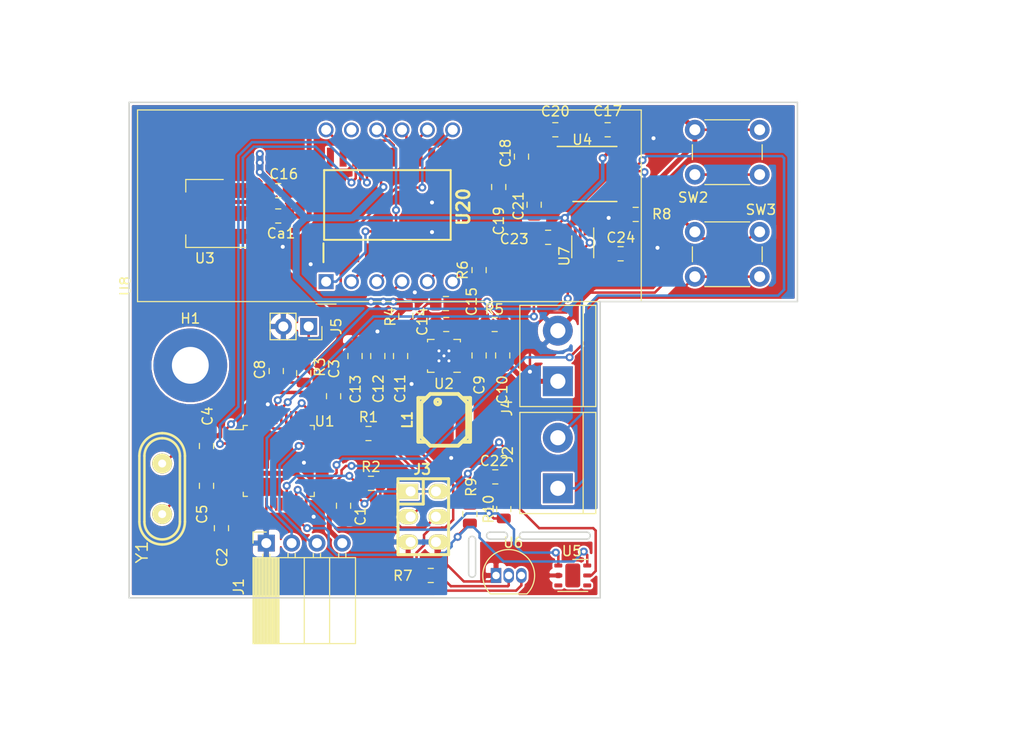
<source format=kicad_pcb>
(kicad_pcb (version 20171130) (host pcbnew "(5.1.5)-3")
  (layers (0 F.Cu signal) (31 B.Cu signal) (34 B.Paste user) (35 F.Paste user) (36 B.SilkS user) (37 F.SilkS user) (38 B.Mask user) (39 F.Mask user) (44 Edge.Cuts user))
  (net 0 "")
  (net 1 GND)
  (net 2 +5V)
  (net 3 "Net-(L1-Pad2)")
  (net 4 VCC)
  (net 5 "Net-(L1-Pad1)")
  (net 6 +3V3)
  (net 7 "Net-(U5-Pad3)")
  (net 8 "Net-(SW2-Pad2)")
  (net 9 /Comunication/IN)
  (net 10 /Comunication/OUT)
  (net 11 "Net-(C20-Pad1)")
  (net 12 "Net-(C21-Pad1)")
  (net 13 "Net-(C18-Pad1)")
  (net 14 "Net-(C19-Pad1)")
  (net 15 "Net-(U4-Pad7)")
  (net 16 /7seg/G4)
  (net 17 /7seg/G3)
  (net 18 /7seg/G2)
  (net 19 /7seg/G1)
  (net 20 /DIO)
  (net 21 /Sensing/ONEWIRE)
  (net 22 "Net-(R1-Pad1)")
  (net 23 /BOOT0)
  (net 24 /BOOT1)
  (net 25 "Net-(R2-Pad1)")
  (net 26 /NRST)
  (net 27 "Net-(C15-Pad1)")
  (net 28 "Net-(R5-Pad2)")
  (net 29 "Net-(U2-Pad3)")
  (net 30 "Net-(C14-Pad1)")
  (net 31 "Net-(C18-Pad2)")
  (net 32 "Net-(C19-Pad2)")
  (net 33 "Net-(U4-Pad8)")
  (net 34 "Net-(U4-Pad10)")
  (net 35 /TX1)
  (net 36 "Net-(U1-Pad1)")
  (net 37 "Net-(C4-Pad1)")
  (net 38 "Net-(C5-Pad1)")
  (net 39 "Net-(U1-Pad10)")
  (net 40 "Net-(U1-Pad11)")
  (net 41 "Net-(U1-Pad12)")
  (net 42 "Net-(U1-Pad13)")
  (net 43 "Net-(U1-Pad14)")
  (net 44 "Net-(U1-Pad15)")
  (net 45 "Net-(U1-Pad16)")
  (net 46 "Net-(U1-Pad17)")
  (net 47 "Net-(U1-Pad18)")
  (net 48 "Net-(U1-Pad19)")
  (net 49 /SCL)
  (net 50 /SDA)
  (net 51 "Net-(U1-Pad25)")
  (net 52 "Net-(SW3-Pad2)")
  (net 53 "Net-(U1-Pad28)")
  (net 54 "Net-(U1-Pad29)")
  (net 55 "Net-(U1-Pad30)")
  (net 56 "Net-(U1-Pad31)")
  (net 57 "Net-(U1-Pad32)")
  (net 58 "Net-(U1-Pad33)")
  (net 59 /DCLK)
  (net 60 "Net-(U1-Pad38)")
  (net 61 "Net-(U1-Pad39)")
  (net 62 "Net-(U1-Pad40)")
  (net 63 "Net-(U1-Pad41)")
  (net 64 /RX1)
  (net 65 "Net-(U1-Pad45)")
  (net 66 "Net-(U1-Pad46)")
  (net 67 "Net-(U5-Pad7)")
  (net 68 "Net-(U5-Pad4)")
  (net 69 /7seg/S6)
  (net 70 /7seg/S5)
  (net 71 /7seg/S4)
  (net 72 /7seg/S8)
  (net 73 /7seg/S3)
  (net 74 /7seg/S7)
  (net 75 /7seg/S2)
  (net 76 /7seg/S1)
  (net 77 "Net-(U4-Pad9)")
  (net 78 /Comunication/TX)
  (net 79 /Comunication/RX)
  (net 80 "Net-(U20-Pad20)")
  (net 81 "Net-(U20-Pad19)")
  (net 82 "Net-(U20-Pad11)")
  (net 83 "Net-(U20-Pad10)")
  (net 84 "Net-(U20-Pad9)")
  (net 85 "Net-(U1-Pad4)")
  (net 86 /CLK_7seg)
  (net 87 /DIO_7seg)
  (module Button_Switch_THT:SW_PUSH_6mm (layer F.Cu) (at 119.25 41.75)
    (fp_text reference SW2 (at -0.175 6.8) (layer F.SilkS))
    (fp_text value SW_Push_+but)
    (pad 1 thru_hole circle (at 6.5 0 90) (size 2 2) (drill 1.1) (layers *.Cu *.Mask) (net 6 +3V3))
    (pad 2 thru_hole circle (at 6.5 4.5 90) (size 2 2) (drill 1.1) (layers *.Cu *.Mask) (net 8 "Net-(SW2-Pad2)"))
    (pad 1 thru_hole circle (at 0 0 90) (size 2 2) (drill 1.1) (layers *.Cu *.Mask) (net 6 +3V3))
    (pad 2 thru_hole circle (at 0 4.5 90) (size 2 2) (drill 1.1) (layers *.Cu *.Mask) (net 8 "Net-(SW2-Pad2)"))
  )
  (module Button_Switch_THT:SW_PUSH_6mm (layer F.Cu) (at 119.25 52)
    (fp_text reference SW3 (at 6.625 -2.225) (layer F.SilkS))
    (fp_text value SW_Push_-but)
    (pad 2 thru_hole circle (at 0 4.5 90) (size 2 2) (drill 1.1) (layers *.Cu *.Mask) (net 52 "Net-(SW3-Pad2)"))
    (pad 1 thru_hole circle (at 0 0 90) (size 2 2) (drill 1.1) (layers *.Cu *.Mask) (net 6 +3V3))
    (pad 2 thru_hole circle (at 6.5 4.5 90) (size 2 2) (drill 1.1) (layers *.Cu *.Mask) (net 52 "Net-(SW3-Pad2)"))
    (pad 1 thru_hole circle (at 6.5 0 90) (size 2 2) (drill 1.1) (layers *.Cu *.Mask) (net 6 +3V3))
  )
  (module Resistor_SMD:R_0805_2012Metric (layer F.Cu) (at 100.075 79.8375 90)
    (fp_text reference R10 (at 0 -1.525 90) (layer F.SilkS))
    (fp_text value 10k)
    (pad 2 smd roundrect (at 0.9375 0 90) (size 0.975 1.4) (layers F.Cu F.Paste F.Mask) (net 6 +3V3))
    (pad 1 smd roundrect (at -0.9375 0 90) (size 0.975 1.4) (layers F.Cu F.Paste F.Mask) (net 50 /SDA))
  )
  (module Resistor_SMD:R_0805_2012Metric (layer F.Cu) (at 96.675 80.3375 90)
    (fp_text reference R9 (at 2.7125 0.125 90) (layer F.SilkS))
    (fp_text value 10k)
    (pad 2 smd roundrect (at 0.9375 0 90) (size 0.975 1.4) (layers F.Cu F.Paste F.Mask) (net 6 +3V3))
    (pad 1 smd roundrect (at -0.9375 0 90) (size 0.975 1.4) (layers F.Cu F.Paste F.Mask) (net 49 /SCL))
  )
  (module MountingHole:MountingHole_3.7mm_Pad (layer F.Cu) (at 68.625 65.4)
    (fp_text reference H1 (at 0 -4.7) (layer F.SilkS))
    (fp_text value MountingHole)
    (pad 1 thru_hole circle (at 0 0) (size 7.4 7.4) (drill 3.7) (layers *.Cu *.Mask))
  )
  (module Package_SON:Texas_S-PWSON-N10_ThermalVias (layer F.Cu) (at 94.075 64.45 180)
    (fp_text reference U2 (at 0 -2.8) (layer F.SilkS))
    (fp_text value TPS63060)
    (pad 11 smd rect (at 0.6 1.425 180) (size 0.23 0.6) (layers F.Cu F.Paste F.Mask) (net 1 GND))
    (pad 11 smd rect (at 0.2 1.425 180) (size 0.23 0.6) (layers F.Cu F.Paste F.Mask) (net 1 GND))
    (pad 11 smd rect (at -0.2 1.425 180) (size 0.23 0.6) (layers F.Cu F.Paste F.Mask) (net 1 GND))
    (pad 11 smd rect (at -0.6 1.425 180) (size 0.23 0.6) (layers F.Cu F.Paste F.Mask) (net 1 GND))
    (pad 11 smd rect (at 0.6 -1.425 180) (size 0.23 0.6) (layers F.Cu F.Paste F.Mask) (net 1 GND))
    (pad 11 smd rect (at 0.2 -1.425 180) (size 0.23 0.6) (layers F.Cu F.Paste F.Mask) (net 1 GND))
    (pad 11 smd rect (at -0.2 -1.425 180) (size 0.23 0.6) (layers F.Cu F.Paste F.Mask) (net 1 GND))
    (pad 11 smd rect (at -0.6 -1.425 180) (size 0.23 0.6) (layers F.Cu F.Paste F.Mask) (net 1 GND))
    (pad 11 smd rect (at 0.435 -0.56 180) (size 0.65 0.9) (layers F.Cu F.Paste F.Mask) (net 1 GND))
    (pad 11 smd rect (at -0.435 0.56 180) (size 0.65 0.9) (layers F.Cu F.Paste F.Mask) (net 1 GND))
    (pad 11 smd rect (at 0.435 0.56 180) (size 0.65 0.9) (layers F.Cu F.Paste F.Mask) (net 1 GND))
    (pad 11 smd rect (at -0.435 -0.56 180) (size 0.65 0.9) (layers F.Cu F.Paste F.Mask) (net 1 GND))
    (pad 11 smd rect (at -0.001 0 180) (size 2.3 2.3) (layers B.Cu) (net 1 GND))
    (pad 10 smd oval (at 1.475 -1 180) (size 0.85 0.28) (layers F.Cu F.Paste F.Mask) (net 5 "Net-(L1-Pad1)"))
    (pad 9 smd oval (at 1.475 -0.5 180) (size 0.85 0.28) (layers F.Cu F.Paste F.Mask) (net 2 +5V))
    (pad 8 smd oval (at 1.475 0 180) (size 0.85 0.28) (layers F.Cu F.Paste F.Mask) (net 27 "Net-(C15-Pad1)"))
    (pad 7 smd rect (at 1.76 0.5 180) (size 0.28 0.28) (layers F.Cu F.Paste F.Mask) (net 1 GND))
    (pad 6 smd rect (at 1.76 1 180) (size 0.28 0.28) (layers F.Cu F.Paste F.Mask) (net 30 "Net-(C14-Pad1)"))
    (pad 5 smd oval (at -1.475 1 180) (size 0.85 0.28) (layers F.Cu F.Paste F.Mask) (net 28 "Net-(R5-Pad2)"))
    (pad 4 smd rect (at -1.76 0.5 180) (size 0.28 0.28) (layers F.Cu F.Paste F.Mask) (net 1 GND))
    (pad 3 smd oval (at -1.475 0 180) (size 0.85 0.28) (layers F.Cu F.Paste F.Mask) (net 29 "Net-(U2-Pad3)"))
    (pad 2 smd rect (at -1.76 -0.5 180) (size 0.28 0.28) (layers F.Cu F.Paste F.Mask) (net 4 VCC))
    (pad 1 smd rect (at -1.76 -1 180) (size 0.28 0.28) (layers F.Cu F.Paste F.Mask) (net 3 "Net-(L1-Pad2)"))
    (pad 11 smd rect (at 0 0 180) (size 1.7 2.15) (layers F.Cu F.Mask) (net 1 GND))
    (pad 11 smd rect (at 0.2 1.425 180) (size 0.25 0.7) (layers F.Cu F.Paste F.Mask) (net 1 GND))
    (pad 11 smd rect (at -0.2 1.425 180) (size 0.25 0.7) (layers F.Cu F.Paste F.Mask) (net 1 GND))
    (pad 11 smd rect (at 0.2 -1.425 180) (size 0.25 0.7) (layers F.Cu F.Paste F.Mask) (net 1 GND))
    (pad 11 smd rect (at -0.2 -1.425 180) (size 0.25 0.7) (layers F.Cu F.Paste F.Mask) (net 1 GND))
    (pad 11 thru_hole circle (at 0.5 0.5 180) (size 0.6 0.6) (drill 0.3) (layers *.Cu *.Mask) (net 1 GND))
    (pad 11 thru_hole circle (at -0.5 0.5 180) (size 0.6 0.6) (drill 0.3) (layers *.Cu *.Mask) (net 1 GND))
    (pad 11 thru_hole circle (at 0.5 -0.5 180) (size 0.6 0.6) (drill 0.3) (layers *.Cu *.Mask) (net 1 GND))
    (pad 11 thru_hole circle (at -0.5 -0.5 180) (size 0.6 0.6) (drill 0.3) (layers *.Cu *.Mask) (net 1 GND))
    (pad 11 thru_hole circle (at 0 0 180) (size 0.6 0.6) (drill 0.3) (layers *.Cu *.Mask) (net 1 GND))
    (pad 10 smd rect (at 1.76 -1 180) (size 0.28 0.28) (layers F.Cu F.Paste F.Mask) (net 5 "Net-(L1-Pad1)"))
    (pad 9 smd rect (at 1.76 -0.5 180) (size 0.28 0.28) (layers F.Cu F.Paste F.Mask) (net 2 +5V))
    (pad 8 smd rect (at 1.76 0 180) (size 0.28 0.28) (layers F.Cu F.Paste F.Mask) (net 27 "Net-(C15-Pad1)"))
    (pad 7 smd oval (at 1.475 0.5 180) (size 0.85 0.28) (layers F.Cu F.Paste F.Mask) (net 1 GND))
    (pad 6 smd oval (at 1.475 1 180) (size 0.85 0.28) (layers F.Cu F.Paste F.Mask) (net 30 "Net-(C14-Pad1)"))
    (pad 5 smd rect (at -1.76 1 180) (size 0.28 0.28) (layers F.Cu F.Paste F.Mask) (net 28 "Net-(R5-Pad2)"))
    (pad 4 smd oval (at -1.475 0.5 180) (size 0.85 0.28) (layers F.Cu F.Paste F.Mask) (net 1 GND))
    (pad 3 smd rect (at -1.76 0 180) (size 0.28 0.28) (layers F.Cu F.Paste F.Mask) (net 29 "Net-(U2-Pad3)"))
    (pad 2 smd oval (at -1.475 -0.5 180) (size 0.85 0.28) (layers F.Cu F.Paste F.Mask) (net 4 VCC))
    (pad 1 smd oval (at -1.475 -1 180) (size 0.85 0.28) (layers F.Cu F.Paste F.Mask) (net 3 "Net-(L1-Pad2)"))
    (pad 11 smd rect (at 0.6 -1.425 180) (size 0.25 0.7) (layers F.Cu F.Paste F.Mask) (net 1 GND))
    (pad 11 smd rect (at -0.6 -1.425 180) (size 0.25 0.7) (layers F.Cu F.Paste F.Mask) (net 1 GND))
    (pad 11 smd rect (at 0.6 1.425 180) (size 0.25 0.7) (layers F.Cu F.Paste F.Mask) (net 1 GND))
    (pad 11 smd rect (at -0.6 1.425 180) (size 0.25 0.7) (layers F.Cu F.Paste F.Mask) (net 1 GND))
  )
  (module Display_7Segment:CA56-12CGKWA (layer F.Cu) (at 82.25 57 90)
    (fp_text reference U8 (at -0.44 -20.15 90) (layer F.SilkS))
    (fp_text value CA56-12CGKWA)
    (pad 1 thru_hole rect (at 0 0 90) (size 1.5 1.5) (drill 1) (layers *.Cu *.Mask) (net 70 /7seg/S5))
    (pad 2 thru_hole circle (at 0 2.54 90) (size 1.5 1.5) (drill 1) (layers *.Cu *.Mask) (net 71 /7seg/S4))
    (pad 3 thru_hole circle (at 0 5.08 90) (size 1.5 1.5) (drill 1) (layers *.Cu *.Mask) (net 72 /7seg/S8))
    (pad 4 thru_hole circle (at 0 7.62 90) (size 1.5 1.5) (drill 1) (layers *.Cu *.Mask) (net 73 /7seg/S3))
    (pad 5 thru_hole circle (at 0 10.16 90) (size 1.5 1.5) (drill 1) (layers *.Cu *.Mask) (net 74 /7seg/S7))
    (pad 6 thru_hole circle (at 0 12.7 90) (size 1.5 1.5) (drill 1) (layers *.Cu *.Mask) (net 16 /7seg/G4))
    (pad 7 thru_hole circle (at 15.24 12.7 90) (size 1.5 1.5) (drill 1) (layers *.Cu *.Mask) (net 75 /7seg/S2))
    (pad 8 thru_hole circle (at 15.24 10.16 90) (size 1.5 1.5) (drill 1) (layers *.Cu *.Mask) (net 17 /7seg/G3))
    (pad 9 thru_hole circle (at 15.24 7.62 90) (size 1.5 1.5) (drill 1) (layers *.Cu *.Mask) (net 18 /7seg/G2))
    (pad 10 thru_hole circle (at 15.24 5.08 90) (size 1.5 1.5) (drill 1) (layers *.Cu *.Mask) (net 69 /7seg/S6))
    (pad 11 thru_hole circle (at 15.24 2.54 90) (size 1.5 1.5) (drill 1) (layers *.Cu *.Mask) (net 76 /7seg/S1))
    (pad 12 thru_hole circle (at 15.24 0 90) (size 1.5 1.5) (drill 1) (layers *.Cu *.Mask) (net 19 /7seg/G1))
  )
  (module Tm1637:SOIC127P1045X280-20N (layer F.Cu) (at 88.4 49.3 90)
    (fp_text reference U20 (at -0.2 7.625 90) (layer F.SilkS) (effects (font (size 1.27 1.27) (thickness 0.254))))
    (fp_text value "TM1637_(SOP)" hide)
    (pad 20 smd rect (at 4.8 -5.715 180) (size 0.7 1.9) (layers F.Cu F.Paste F.Mask) (net 80 "Net-(U20-Pad20)"))
    (pad 19 smd rect (at 4.8 -4.445 180) (size 0.7 1.9) (layers F.Cu F.Paste F.Mask) (net 81 "Net-(U20-Pad19)"))
    (pad 18 smd rect (at 4.8 -3.175 180) (size 0.7 1.9) (layers F.Cu F.Paste F.Mask) (net 86 /CLK_7seg))
    (pad 17 smd rect (at 4.8 -1.905 180) (size 0.7 1.9) (layers F.Cu F.Paste F.Mask) (net 87 /DIO_7seg))
    (pad 16 smd rect (at 4.8 -0.635 180) (size 0.7 1.9) (layers F.Cu F.Paste F.Mask) (net 2 +5V))
    (pad 15 smd rect (at 4.8 0.635 180) (size 0.7 1.9) (layers F.Cu F.Paste F.Mask) (net 19 /7seg/G1))
    (pad 14 smd rect (at 4.8 1.905 180) (size 0.7 1.9) (layers F.Cu F.Paste F.Mask) (net 18 /7seg/G2))
    (pad 13 smd rect (at 4.8 3.175 180) (size 0.7 1.9) (layers F.Cu F.Paste F.Mask) (net 17 /7seg/G3))
    (pad 12 smd rect (at 4.8 4.445 180) (size 0.7 1.9) (layers F.Cu F.Paste F.Mask) (net 16 /7seg/G4))
    (pad 11 smd rect (at 4.8 5.715 180) (size 0.7 1.9) (layers F.Cu F.Paste F.Mask) (net 82 "Net-(U20-Pad11)"))
    (pad 10 smd rect (at -4.8 5.715 180) (size 0.7 1.9) (layers F.Cu F.Paste F.Mask) (net 83 "Net-(U20-Pad10)"))
    (pad 9 smd rect (at -4.8 4.445 180) (size 0.7 1.9) (layers F.Cu F.Paste F.Mask) (net 84 "Net-(U20-Pad9)"))
    (pad 8 smd rect (at -4.8 3.175 180) (size 0.7 1.9) (layers F.Cu F.Paste F.Mask) (net 72 /7seg/S8))
    (pad 7 smd rect (at -4.8 1.905 180) (size 0.7 1.9) (layers F.Cu F.Paste F.Mask) (net 74 /7seg/S7))
    (pad 6 smd rect (at -4.8 0.635 180) (size 0.7 1.9) (layers F.Cu F.Paste F.Mask) (net 69 /7seg/S6))
    (pad 5 smd rect (at -4.8 -0.635 180) (size 0.7 1.9) (layers F.Cu F.Paste F.Mask) (net 70 /7seg/S5))
    (pad 4 smd rect (at -4.8 -1.905 180) (size 0.7 1.9) (layers F.Cu F.Paste F.Mask) (net 71 /7seg/S4))
    (pad 3 smd rect (at -4.8 -3.175 180) (size 0.7 1.9) (layers F.Cu F.Paste F.Mask) (net 73 /7seg/S3))
    (pad 2 smd rect (at -4.8 -4.445 180) (size 0.7 1.9) (layers F.Cu F.Paste F.Mask) (net 75 /7seg/S2))
    (pad 1 smd rect (at -4.8 -5.715 180) (size 0.7 1.9) (layers F.Cu F.Paste F.Mask) (net 1 GND))
  )
  (module w_smd_inductors:inductor_smd_5x4mm (layer F.Cu) (at 94.1 70.875 90)
    (fp_text reference L1 (at 0 -3.7 90) (layer F.SilkS) (effects (font (thickness 0.2))))
    (fp_text value 1u)
    (pad 1 smd rect (at 0 -1.95 90) (size 4.5 1.6) (layers F.Cu F.Paste F.Mask) (net 5 "Net-(L1-Pad1)"))
    (pad 2 smd rect (at 0 1.95 90) (size 4.5 1.6) (layers F.Cu F.Paste F.Mask) (net 3 "Net-(L1-Pad2)"))
  )
  (module w_crystal:crystal_hc-49s (layer F.Cu) (at 65.8 77.8 270)
    (fp_text reference Y1 (at 6.35 2.025 90) (layer F.SilkS) (effects (font (size 1.143 1.27) (thickness 0.1524))))
    (fp_text value 8M)
    (pad 2 thru_hole circle (at 2.54 0 270) (size 1.99898 1.99898) (drill 0.8001) (layers *.Cu *.Mask F.SilkS) (net 38 "Net-(C5-Pad1)"))
    (pad 1 thru_hole circle (at -2.54 0 270) (size 1.99898 1.99898) (drill 0.8001) (layers *.Cu *.Mask F.SilkS) (net 37 "Net-(C4-Pad1)"))
  )
  (module w_pin_strip:pin_strip_3x2 (layer F.Cu) (at 92 80.6 270)
    (fp_text reference J3 (at -4.75 0.1 180) (layer F.SilkS) (effects (font (size 1.016 1.016) (thickness 0.2032))))
    (fp_text value Conn_02x03_Odd_Even hide)
    (pad 6 thru_hole oval (at 2.54 -1.27 270) (size 1.524 1.99898) (drill 1.00076 (offset 0 -0.24892)) (layers *.Cu *.Mask F.SilkS) (net 1 GND))
    (pad 5 thru_hole oval (at 2.54 1.27 270) (size 1.524 1.99898) (drill 1.00076 (offset 0 0.24892)) (layers *.Cu *.Mask F.SilkS) (net 1 GND))
    (pad 4 thru_hole oval (at 0 -1.27 270) (size 1.524 1.99898) (drill 1.00076 (offset 0 -0.24892)) (layers *.Cu *.Mask F.SilkS) (net 24 /BOOT1))
    (pad 3 thru_hole oval (at 0 1.27 270) (size 1.524 1.99898) (drill 1.00076 (offset 0 0.24892)) (layers *.Cu *.Mask F.SilkS) (net 23 /BOOT0))
    (pad 2 thru_hole oval (at -2.54 -1.27 270) (size 1.524 1.99898) (drill 1.00076 (offset 0 -0.24892)) (layers *.Cu *.Mask F.SilkS) (net 6 +3V3))
    (pad 1 thru_hole rect (at -2.54 1.27 270) (size 1.524 1.99898) (drill 1.00076 (offset 0 0.24892)) (layers *.Cu *.Mask F.SilkS) (net 6 +3V3))
  )
  (module Resistor_SMD:R_0805_2012Metric (layer F.Cu) (at 86.5 72.25)
    (fp_text reference R1 (at 0 -1.65) (layer F.SilkS))
    (fp_text value 100k)
    (pad 1 smd roundrect (at -0.9375 0) (size 0.975 1.4) (layers F.Cu F.Paste F.Mask) (net 22 "Net-(R1-Pad1)"))
    (pad 2 smd roundrect (at 0.9375 0) (size 0.975 1.4) (layers F.Cu F.Paste F.Mask) (net 23 /BOOT0))
  )
  (module Resistor_SMD:R_0805_2012Metric (layer F.Cu) (at 86.75 77.25)
    (fp_text reference R2 (at 0 -1.65) (layer F.SilkS))
    (fp_text value 100k)
    (pad 2 smd roundrect (at 0.9375 0) (size 0.975 1.4) (layers F.Cu F.Paste F.Mask) (net 24 /BOOT1))
    (pad 1 smd roundrect (at -0.9375 0) (size 0.975 1.4) (layers F.Cu F.Paste F.Mask) (net 25 "Net-(R2-Pad1)"))
  )
  (module Resistor_SMD:R_0805_2012Metric (layer F.Cu) (at 80 66.1875 90)
    (fp_text reference R3 (at 0.6125 1.625 90) (layer F.SilkS))
    (fp_text value 100k)
    (pad 1 smd roundrect (at -0.9375 0 90) (size 0.975 1.4) (layers F.Cu F.Paste F.Mask) (net 26 /NRST))
    (pad 2 smd roundrect (at 0.9375 0 90) (size 0.975 1.4) (layers F.Cu F.Paste F.Mask) (net 6 +3V3))
  )
  (module Capacitor_SMD:C_0805_2012Metric_Pad1.15x1.40mm_HandSolder (layer F.Cu) (at 83 68.5 90)
    (fp_text reference C3 (at 2.75 0.05 90) (layer F.SilkS))
    (fp_text value 100n)
    (pad 1 smd roundrect (at -1.025 0 90) (size 1.15 1.4) (layers F.Cu F.Paste F.Mask) (roundrect_rratio 0.217391) (net 6 +3V3))
    (pad 2 smd roundrect (at 1.025 0 90) (size 1.15 1.4) (layers F.Cu F.Paste F.Mask) (roundrect_rratio 0.217391) (net 1 GND))
  )
  (module Capacitor_SMD:C_0805_2012Metric_Pad1.15x1.40mm_HandSolder (layer F.Cu) (at 70.25 73.5 90)
    (fp_text reference C4 (at 3 0.1 270) (layer F.SilkS))
    (fp_text value 12p)
    (pad 2 smd roundrect (at 1.025 0 90) (size 1.15 1.4) (layers F.Cu F.Paste F.Mask) (roundrect_rratio 0.217391) (net 1 GND))
    (pad 1 smd roundrect (at -1.025 0 90) (size 1.15 1.4) (layers F.Cu F.Paste F.Mask) (roundrect_rratio 0.217391) (net 37 "Net-(C4-Pad1)"))
  )
  (module Capacitor_SMD:C_0805_2012Metric_Pad1.15x1.40mm_HandSolder (layer F.Cu) (at 89.721893 64.468317 90)
    (fp_text reference C11 (at -3.281683 -0.046893 270) (layer F.SilkS))
    (fp_text value 22u)
    (pad 1 smd roundrect (at -1.025 0 90) (size 1.15 1.4) (layers F.Cu F.Paste F.Mask) (roundrect_rratio 0.217391) (net 2 +5V))
    (pad 2 smd roundrect (at 1.025 0 90) (size 1.15 1.4) (layers F.Cu F.Paste F.Mask) (roundrect_rratio 0.217391) (net 1 GND))
  )
  (module Capacitor_SMD:C_0805_2012Metric_Pad1.15x1.40mm_HandSolder (layer F.Cu) (at 87.435893 64.468317 90)
    (fp_text reference C12 (at -3.281683 0.064107 270) (layer F.SilkS))
    (fp_text value 22u)
    (pad 2 smd roundrect (at 1.025 0 90) (size 1.15 1.4) (layers F.Cu F.Paste F.Mask) (roundrect_rratio 0.217391) (net 1 GND))
    (pad 1 smd roundrect (at -1.025 0 90) (size 1.15 1.4) (layers F.Cu F.Paste F.Mask) (roundrect_rratio 0.217391) (net 2 +5V))
  )
  (module Resistor_SMD:R_0805_2012Metric (layer F.Cu) (at 90.25 60.4375 270)
    (fp_text reference R4 (at 0.0875 1.55 270) (layer F.SilkS))
    (fp_text value 1M)
    (pad 1 smd roundrect (at -0.9375 0 270) (size 0.975 1.4) (layers F.Cu F.Paste F.Mask) (net 2 +5V))
    (pad 2 smd roundrect (at 0.9375 0 270) (size 0.975 1.4) (layers F.Cu F.Paste F.Mask) (net 27 "Net-(C15-Pad1)"))
  )
  (module Capacitor_SMD:C_0805_2012Metric_Pad1.15x1.40mm_HandSolder (layer F.Cu) (at 70.25 77.5 270)
    (fp_text reference C5 (at 2.85 0.45 90) (layer F.SilkS))
    (fp_text value 12p)
    (pad 1 smd roundrect (at -1.025 0 270) (size 1.15 1.4) (layers F.Cu F.Paste F.Mask) (roundrect_rratio 0.217391) (net 38 "Net-(C5-Pad1)"))
    (pad 2 smd roundrect (at 1.025 0 270) (size 1.15 1.4) (layers F.Cu F.Paste F.Mask) (roundrect_rratio 0.217391) (net 1 GND))
  )
  (module Resistor_SMD:R_0805_2012Metric (layer F.Cu) (at 99.1625 61.3 180)
    (fp_text reference R5 (at 0.0375 1.525 180) (layer F.SilkS))
    (fp_text value 10M)
    (pad 2 smd roundrect (at 0.9375 0 180) (size 0.975 1.4) (layers F.Cu F.Paste F.Mask) (net 28 "Net-(R5-Pad2)"))
    (pad 1 smd roundrect (at -0.9375 0 180) (size 0.975 1.4) (layers F.Cu F.Paste F.Mask) (net 2 +5V))
  )
  (module Resistor_SMD:R_0805_2012Metric (layer F.Cu) (at 92.75 86.5 180)
    (fp_text reference R7 (at 2.8 -0.025 180) (layer F.SilkS))
    (fp_text value 4.7K)
    (pad 1 smd roundrect (at -0.9375 0 180) (size 0.975 1.4) (layers F.Cu F.Paste F.Mask) (net 21 /Sensing/ONEWIRE))
    (pad 2 smd roundrect (at 0.9375 0 180) (size 0.975 1.4) (layers F.Cu F.Paste F.Mask) (net 2 +5V))
  )
  (module Resistor_SMD:R_0805_2012Metric (layer F.Cu) (at 97.6 55.8375 90)
    (fp_text reference R6 (at 0 -1.65 270) (layer F.SilkS))
    (fp_text value 111k)
    (pad 1 smd roundrect (at -0.9375 0 90) (size 0.975 1.4) (layers F.Cu F.Paste F.Mask) (net 27 "Net-(C15-Pad1)"))
    (pad 2 smd roundrect (at 0.9375 0 90) (size 0.975 1.4) (layers F.Cu F.Paste F.Mask) (net 1 GND))
  )
  (module Capacitor_SMD:C_0805_2012Metric_Pad1.15x1.40mm_HandSolder (layer F.Cu) (at 77.446 50.406)
    (fp_text reference Ca1 (at 0.279 1.744) (layer F.SilkS))
    (fp_text value 10u)
    (pad 1 smd roundrect (at -1.025 0) (size 1.15 1.4) (layers F.Cu F.Paste F.Mask) (roundrect_rratio 0.217391) (net 6 +3V3))
    (pad 2 smd roundrect (at 1.025 0) (size 1.15 1.4) (layers F.Cu F.Paste F.Mask) (roundrect_rratio 0.217391) (net 1 GND))
  )
  (module Capacitor_SMD:C_0805_2012Metric_Pad1.15x1.40mm_HandSolder (layer F.Cu) (at 99.968914 64.41098 90)
    (fp_text reference C10 (at -3.43902 -0.043914 270) (layer F.SilkS))
    (fp_text value 10u)
    (pad 2 smd roundrect (at 1.025 0 90) (size 1.15 1.4) (layers F.Cu F.Paste F.Mask) (roundrect_rratio 0.217391) (net 1 GND))
    (pad 1 smd roundrect (at -1.025 0 90) (size 1.15 1.4) (layers F.Cu F.Paste F.Mask) (roundrect_rratio 0.217391) (net 4 VCC))
  )
  (module Capacitor_SMD:C_0805_2012Metric_Pad1.15x1.40mm_HandSolder (layer F.Cu) (at 97.599893 64.41098 90)
    (fp_text reference C9 (at -2.96402 0.025107 270) (layer F.SilkS))
    (fp_text value 10u)
    (pad 1 smd roundrect (at -1.025 0 90) (size 1.15 1.4) (layers F.Cu F.Paste F.Mask) (roundrect_rratio 0.217391) (net 4 VCC))
    (pad 2 smd roundrect (at 1.025 0 90) (size 1.15 1.4) (layers F.Cu F.Paste F.Mask) (roundrect_rratio 0.217391) (net 1 GND))
  )
  (module Capacitor_SMD:C_0805_2012Metric_Pad1.15x1.40mm_HandSolder (layer F.Cu) (at 71.75 81.75 270)
    (fp_text reference C2 (at 2.925 -0.075 90) (layer F.SilkS))
    (fp_text value 100n)
    (pad 1 smd roundrect (at -1.025 0 270) (size 1.15 1.4) (layers F.Cu F.Paste F.Mask) (roundrect_rratio 0.217391) (net 6 +3V3))
    (pad 2 smd roundrect (at 1.025 0 270) (size 1.15 1.4) (layers F.Cu F.Paste F.Mask) (roundrect_rratio 0.217391) (net 1 GND))
  )
  (module Capacitor_SMD:C_0805_2012Metric_Pad1.15x1.40mm_HandSolder (layer F.Cu) (at 77.25 65.975 90)
    (fp_text reference C8 (at 0.15 -1.65 270) (layer F.SilkS))
    (fp_text value 100n)
    (pad 2 smd roundrect (at 1.025 0 90) (size 1.15 1.4) (layers F.Cu F.Paste F.Mask) (roundrect_rratio 0.217391) (net 1 GND))
    (pad 1 smd roundrect (at -1.025 0 90) (size 1.15 1.4) (layers F.Cu F.Paste F.Mask) (roundrect_rratio 0.217391) (net 26 /NRST))
  )
  (module Capacitor_SMD:C_0805_2012Metric_Pad1.15x1.40mm_HandSolder (layer F.Cu) (at 84 79.5 270)
    (fp_text reference C1 (at 1.05 -1.7 90) (layer F.SilkS))
    (fp_text value 100n)
    (pad 1 smd roundrect (at -1.025 0 270) (size 1.15 1.4) (layers F.Cu F.Paste F.Mask) (roundrect_rratio 0.217391) (net 6 +3V3))
    (pad 2 smd roundrect (at 1.025 0 270) (size 1.15 1.4) (layers F.Cu F.Paste F.Mask) (roundrect_rratio 0.217391) (net 1 GND))
  )
  (module Capacitor_SMD:C_0805_2012Metric_Pad1.15x1.40mm_HandSolder (layer F.Cu) (at 85.149893 64.468317 90)
    (fp_text reference C13 (at -3.331683 0.050107 270) (layer F.SilkS))
    (fp_text value 22u)
    (pad 2 smd roundrect (at 1.025 0 90) (size 1.15 1.4) (layers F.Cu F.Paste F.Mask) (roundrect_rratio 0.217391) (net 1 GND))
    (pad 1 smd roundrect (at -1.025 0 90) (size 1.15 1.4) (layers F.Cu F.Paste F.Mask) (roundrect_rratio 0.217391) (net 2 +5V))
  )
  (module Capacitor_SMD:C_0805_2012Metric_Pad1.15x1.40mm_HandSolder (layer F.Cu) (at 94.3 61.3)
    (fp_text reference C14 (at -2.4 -0.3 90) (layer F.SilkS))
    (fp_text value 0.1u)
    (pad 1 smd roundrect (at -1.025 0) (size 1.15 1.4) (layers F.Cu F.Paste F.Mask) (roundrect_rratio 0.217391) (net 30 "Net-(C14-Pad1)"))
    (pad 2 smd roundrect (at 1.025 0) (size 1.15 1.4) (layers F.Cu F.Paste F.Mask) (roundrect_rratio 0.217391) (net 1 GND))
  )
  (module Capacitor_SMD:C_0805_2012Metric_Pad1.15x1.40mm_HandSolder (layer F.Cu) (at 77.446 47.866)
    (fp_text reference C16 (at 0.554 -1.666) (layer F.SilkS))
    (fp_text value 10u)
    (pad 1 smd roundrect (at -1.025 0) (size 1.15 1.4) (layers F.Cu F.Paste F.Mask) (roundrect_rratio 0.217391) (net 2 +5V))
    (pad 2 smd roundrect (at 1.025 0) (size 1.15 1.4) (layers F.Cu F.Paste F.Mask) (roundrect_rratio 0.217391) (net 1 GND))
  )
  (module Capacitor_SMD:C_0805_2012Metric_Pad1.15x1.40mm_HandSolder (layer F.Cu) (at 110.5 41.75 180)
    (fp_text reference C17 (at 0 1.875) (layer F.SilkS))
    (fp_text value 100n)
    (pad 2 smd roundrect (at 1.025 0 180) (size 1.15 1.4) (layers F.Cu F.Paste F.Mask) (roundrect_rratio 0.217391) (net 1 GND))
    (pad 1 smd roundrect (at -1.025 0 180) (size 1.15 1.4) (layers F.Cu F.Paste F.Mask) (roundrect_rratio 0.217391) (net 2 +5V))
  )
  (module Capacitor_SMD:C_0805_2012Metric_Pad1.15x1.40mm_HandSolder (layer F.Cu) (at 101.854 44.45 270)
    (fp_text reference C18 (at -0.35 1.604 270) (layer F.SilkS))
    (fp_text value 47n)
    (pad 1 smd roundrect (at -1.025 0 270) (size 1.15 1.4) (layers F.Cu F.Paste F.Mask) (roundrect_rratio 0.217391) (net 13 "Net-(C18-Pad1)"))
    (pad 2 smd roundrect (at 1.025 0 270) (size 1.15 1.4) (layers F.Cu F.Paste F.Mask) (roundrect_rratio 0.217391) (net 31 "Net-(C18-Pad2)"))
  )
  (module Capacitor_SMD:C_0805_2012Metric_Pad1.15x1.40mm_HandSolder (layer F.Cu) (at 99.568 47.498 270)
    (fp_text reference C19 (at 3.402 -0.007 270) (layer F.SilkS))
    (fp_text value 330n)
    (pad 2 smd roundrect (at 1.025 0 270) (size 1.15 1.4) (layers F.Cu F.Paste F.Mask) (roundrect_rratio 0.217391) (net 32 "Net-(C19-Pad2)"))
    (pad 1 smd roundrect (at -1.025 0 270) (size 1.15 1.4) (layers F.Cu F.Paste F.Mask) (roundrect_rratio 0.217391) (net 14 "Net-(C19-Pad1)"))
  )
  (module Capacitor_SMD:C_0805_2012Metric_Pad1.15x1.40mm_HandSolder (layer F.Cu) (at 105.25 41.75 180)
    (fp_text reference C20 (at 0 1.85) (layer F.SilkS))
    (fp_text value 330n)
    (pad 1 smd roundrect (at -1.025 0 180) (size 1.15 1.4) (layers F.Cu F.Paste F.Mask) (roundrect_rratio 0.217391) (net 11 "Net-(C20-Pad1)"))
    (pad 2 smd roundrect (at 1.025 0 180) (size 1.15 1.4) (layers F.Cu F.Paste F.Mask) (roundrect_rratio 0.217391) (net 1 GND))
  )
  (module Capacitor_SMD:C_0805_2012Metric_Pad1.15x1.40mm_HandSolder (layer F.Cu) (at 103.124 49.276 270)
    (fp_text reference C21 (at 0.124 1.574 270) (layer F.SilkS))
    (fp_text value 330n)
    (pad 2 smd roundrect (at 1.025 0 270) (size 1.15 1.4) (layers F.Cu F.Paste F.Mask) (roundrect_rratio 0.217391) (net 1 GND))
    (pad 1 smd roundrect (at -1.025 0 270) (size 1.15 1.4) (layers F.Cu F.Paste F.Mask) (roundrect_rratio 0.217391) (net 12 "Net-(C21-Pad1)"))
  )
  (module Capacitor_SMD:C_0805_2012Metric_Pad1.15x1.40mm_HandSolder (layer F.Cu) (at 99.225 76.6 180)
    (fp_text reference C22 (at 0.1 1.6 180) (layer F.SilkS))
    (fp_text value 100n)
    (pad 1 smd roundrect (at -1.025 0 180) (size 1.15 1.4) (layers F.Cu F.Paste F.Mask) (roundrect_rratio 0.217391) (net 6 +3V3))
    (pad 2 smd roundrect (at 1.025 0 180) (size 1.15 1.4) (layers F.Cu F.Paste F.Mask) (roundrect_rratio 0.217391) (net 1 GND))
  )
  (module Package_TO_SOT_SMD:SOT-223-3_TabPin2 (layer F.Cu) (at 70.08 50.152 180)
    (fp_text reference U3 (at 0 -4.5 180) (layer F.SilkS))
    (fp_text value LM1117-3.3)
    (pad 2 smd rect (at 3.15 0 180) (size 2 3.8) (layers F.Cu F.Paste F.Mask) (net 6 +3V3))
    (pad 2 smd rect (at -3.15 0 180) (size 2 1.5) (layers F.Cu F.Paste F.Mask) (net 6 +3V3))
    (pad 3 smd rect (at -3.15 2.3 180) (size 2 1.5) (layers F.Cu F.Paste F.Mask) (net 2 +5V))
    (pad 1 smd rect (at -3.15 -2.3 180) (size 2 1.5) (layers F.Cu F.Paste F.Mask) (net 1 GND))
  )
  (module Package_SO:TSSOP-16_4.4x5mm_P0.65mm (layer F.Cu) (at 109.22 46.228)
    (fp_text reference U4 (at -1.27 -3.478) (layer F.SilkS))
    (fp_text value MAX3232)
    (pad 1 smd rect (at -2.95 -2.275) (size 1.5 0.45) (layers F.Cu F.Paste F.Mask) (net 13 "Net-(C18-Pad1)"))
    (pad 2 smd rect (at -2.95 -1.625) (size 1.5 0.45) (layers F.Cu F.Paste F.Mask) (net 11 "Net-(C20-Pad1)"))
    (pad 3 smd rect (at -2.95 -0.975) (size 1.5 0.45) (layers F.Cu F.Paste F.Mask) (net 31 "Net-(C18-Pad2)"))
    (pad 4 smd rect (at -2.95 -0.325) (size 1.5 0.45) (layers F.Cu F.Paste F.Mask) (net 14 "Net-(C19-Pad1)"))
    (pad 5 smd rect (at -2.95 0.325) (size 1.5 0.45) (layers F.Cu F.Paste F.Mask) (net 32 "Net-(C19-Pad2)"))
    (pad 6 smd rect (at -2.95 0.975) (size 1.5 0.45) (layers F.Cu F.Paste F.Mask) (net 12 "Net-(C21-Pad1)"))
    (pad 7 smd rect (at -2.95 1.625) (size 1.5 0.45) (layers F.Cu F.Paste F.Mask) (net 15 "Net-(U4-Pad7)"))
    (pad 8 smd rect (at -2.95 2.275) (size 1.5 0.45) (layers F.Cu F.Paste F.Mask) (net 33 "Net-(U4-Pad8)"))
    (pad 9 smd rect (at 2.95 2.275) (size 1.5 0.45) (layers F.Cu F.Paste F.Mask) (net 77 "Net-(U4-Pad9)"))
    (pad 10 smd rect (at 2.95 1.625) (size 1.5 0.45) (layers F.Cu F.Paste F.Mask) (net 34 "Net-(U4-Pad10)"))
    (pad 11 smd rect (at 2.95 0.975) (size 1.5 0.45) (layers F.Cu F.Paste F.Mask) (net 78 /Comunication/TX))
    (pad 12 smd rect (at 2.95 0.325) (size 1.5 0.45) (layers F.Cu F.Paste F.Mask) (net 79 /Comunication/RX))
    (pad 13 smd rect (at 2.95 -0.325) (size 1.5 0.45) (layers F.Cu F.Paste F.Mask) (net 9 /Comunication/IN))
    (pad 14 smd rect (at 2.95 -0.975) (size 1.5 0.45) (layers F.Cu F.Paste F.Mask) (net 10 /Comunication/OUT))
    (pad 15 smd rect (at 2.95 -1.625) (size 1.5 0.45) (layers F.Cu F.Paste F.Mask) (net 1 GND))
    (pad 16 smd rect (at 2.95 -2.275) (size 1.5 0.45) (layers F.Cu F.Paste F.Mask) (net 2 +5V))
  )
  (module Package_QFP:LQFP-48_7x7mm_P0.5mm (layer F.Cu) (at 77.5 75)
    (fp_text reference U1 (at 4.6 -3.975) (layer F.SilkS))
    (fp_text value STM32F103C8Tx)
    (pad 1 smd rect (at -4.35 -2.75) (size 1.3 0.25) (layers F.Cu F.Paste F.Mask) (net 36 "Net-(U1-Pad1)"))
    (pad 2 smd rect (at -4.35 -2.25) (size 1.3 0.25) (layers F.Cu F.Paste F.Mask) (net 86 /CLK_7seg))
    (pad 3 smd rect (at -4.35 -1.75) (size 1.3 0.25) (layers F.Cu F.Paste F.Mask) (net 87 /DIO_7seg))
    (pad 4 smd rect (at -4.35 -1.25) (size 1.3 0.25) (layers F.Cu F.Paste F.Mask) (net 85 "Net-(U1-Pad4)"))
    (pad 5 smd rect (at -4.35 -0.75) (size 1.3 0.25) (layers F.Cu F.Paste F.Mask) (net 37 "Net-(C4-Pad1)"))
    (pad 6 smd rect (at -4.35 -0.25) (size 1.3 0.25) (layers F.Cu F.Paste F.Mask) (net 38 "Net-(C5-Pad1)"))
    (pad 7 smd rect (at -4.35 0.25) (size 1.3 0.25) (layers F.Cu F.Paste F.Mask) (net 26 /NRST))
    (pad 8 smd rect (at -4.35 0.75) (size 1.3 0.25) (layers F.Cu F.Paste F.Mask) (net 1 GND))
    (pad 9 smd rect (at -4.35 1.25) (size 1.3 0.25) (layers F.Cu F.Paste F.Mask) (net 6 +3V3))
    (pad 10 smd rect (at -4.35 1.75) (size 1.3 0.25) (layers F.Cu F.Paste F.Mask) (net 39 "Net-(U1-Pad10)"))
    (pad 11 smd rect (at -4.35 2.25) (size 1.3 0.25) (layers F.Cu F.Paste F.Mask) (net 40 "Net-(U1-Pad11)"))
    (pad 12 smd rect (at -4.35 2.75) (size 1.3 0.25) (layers F.Cu F.Paste F.Mask) (net 41 "Net-(U1-Pad12)"))
    (pad 13 smd rect (at -2.75 4.35 90) (size 1.3 0.25) (layers F.Cu F.Paste F.Mask) (net 42 "Net-(U1-Pad13)"))
    (pad 14 smd rect (at -2.25 4.35 90) (size 1.3 0.25) (layers F.Cu F.Paste F.Mask) (net 43 "Net-(U1-Pad14)"))
    (pad 15 smd rect (at -1.75 4.35 90) (size 1.3 0.25) (layers F.Cu F.Paste F.Mask) (net 44 "Net-(U1-Pad15)"))
    (pad 16 smd rect (at -1.25 4.35 90) (size 1.3 0.25) (layers F.Cu F.Paste F.Mask) (net 45 "Net-(U1-Pad16)"))
    (pad 17 smd rect (at -0.75 4.35 90) (size 1.3 0.25) (layers F.Cu F.Paste F.Mask) (net 46 "Net-(U1-Pad17)"))
    (pad 18 smd rect (at -0.25 4.35 90) (size 1.3 0.25) (layers F.Cu F.Paste F.Mask) (net 47 "Net-(U1-Pad18)"))
    (pad 19 smd rect (at 0.25 4.35 90) (size 1.3 0.25) (layers F.Cu F.Paste F.Mask) (net 48 "Net-(U1-Pad19)"))
    (pad 20 smd rect (at 0.75 4.35 90) (size 1.3 0.25) (layers F.Cu F.Paste F.Mask) (net 25 "Net-(R2-Pad1)"))
    (pad 21 smd rect (at 1.25 4.35 90) (size 1.3 0.25) (layers F.Cu F.Paste F.Mask) (net 49 /SCL))
    (pad 22 smd rect (at 1.75 4.35 90) (size 1.3 0.25) (layers F.Cu F.Paste F.Mask) (net 50 /SDA))
    (pad 23 smd rect (at 2.25 4.35 90) (size 1.3 0.25) (layers F.Cu F.Paste F.Mask) (net 1 GND))
    (pad 24 smd rect (at 2.75 4.35 90) (size 1.3 0.25) (layers F.Cu F.Paste F.Mask) (net 6 +3V3))
    (pad 25 smd rect (at 4.35 2.75) (size 1.3 0.25) (layers F.Cu F.Paste F.Mask) (net 51 "Net-(U1-Pad25)"))
    (pad 26 smd rect (at 4.35 2.25) (size 1.3 0.25) (layers F.Cu F.Paste F.Mask) (net 8 "Net-(SW2-Pad2)"))
    (pad 27 smd rect (at 4.35 1.75) (size 1.3 0.25) (layers F.Cu F.Paste F.Mask) (net 52 "Net-(SW3-Pad2)"))
    (pad 28 smd rect (at 4.35 1.25) (size 1.3 0.25) (layers F.Cu F.Paste F.Mask) (net 53 "Net-(U1-Pad28)"))
    (pad 29 smd rect (at 4.35 0.75) (size 1.3 0.25) (layers F.Cu F.Paste F.Mask) (net 54 "Net-(U1-Pad29)"))
    (pad 30 smd rect (at 4.35 0.25) (size 1.3 0.25) (layers F.Cu F.Paste F.Mask) (net 55 "Net-(U1-Pad30)"))
    (pad 31 smd rect (at 4.35 -0.25) (size 1.3 0.25) (layers F.Cu F.Paste F.Mask) (net 56 "Net-(U1-Pad31)"))
    (pad 32 smd rect (at 4.35 -0.75) (size 1.3 0.25) (layers F.Cu F.Paste F.Mask) (net 57 "Net-(U1-Pad32)"))
    (pad 33 smd rect (at 4.35 -1.25) (size 1.3 0.25) (layers F.Cu F.Paste F.Mask) (net 58 "Net-(U1-Pad33)"))
    (pad 34 smd rect (at 4.35 -1.75) (size 1.3 0.25) (layers F.Cu F.Paste F.Mask) (net 20 /DIO))
    (pad 35 smd rect (at 4.35 -2.25) (size 1.3 0.25) (layers F.Cu F.Paste F.Mask) (net 1 GND))
    (pad 36 smd rect (at 4.35 -2.75) (size 1.3 0.25) (layers F.Cu F.Paste F.Mask) (net 6 +3V3))
    (pad 37 smd rect (at 2.75 -4.35 90) (size 1.3 0.25) (layers F.Cu F.Paste F.Mask) (net 59 /DCLK))
    (pad 38 smd rect (at 2.25 -4.35 90) (size 1.3 0.25) (layers F.Cu F.Paste F.Mask) (net 60 "Net-(U1-Pad38)"))
    (pad 39 smd rect (at 1.75 -4.35 90) (size 1.3 0.25) (layers F.Cu F.Paste F.Mask) (net 61 "Net-(U1-Pad39)"))
    (pad 40 smd rect (at 1.25 -4.35 90) (size 1.3 0.25) (layers F.Cu F.Paste F.Mask) (net 62 "Net-(U1-Pad40)"))
    (pad 41 smd rect (at 0.75 -4.35 90) (size 1.3 0.25) (layers F.Cu F.Paste F.Mask) (net 63 "Net-(U1-Pad41)"))
    (pad 42 smd rect (at 0.25 -4.35 90) (size 1.3 0.25) (layers F.Cu F.Paste F.Mask) (net 64 /RX1))
    (pad 43 smd rect (at -0.25 -4.35 90) (size 1.3 0.25) (layers F.Cu F.Paste F.Mask) (net 35 /TX1))
    (pad 44 smd rect (at -0.75 -4.35 90) (size 1.3 0.25) (layers F.Cu F.Paste F.Mask) (net 22 "Net-(R1-Pad1)"))
    (pad 45 smd rect (at -1.25 -4.35 90) (size 1.3 0.25) (layers F.Cu F.Paste F.Mask) (net 65 "Net-(U1-Pad45)"))
    (pad 46 smd rect (at -1.75 -4.35 90) (size 1.3 0.25) (layers F.Cu F.Paste F.Mask) (net 66 "Net-(U1-Pad46)"))
    (pad 47 smd rect (at -2.25 -4.35 90) (size 1.3 0.25) (layers F.Cu F.Paste F.Mask) (net 1 GND))
    (pad 48 smd rect (at -2.75 -4.35 90) (size 1.3 0.25) (layers F.Cu F.Paste F.Mask) (net 6 +3V3))
  )
  (module Package_DFN_QFN:DFN-6-1EP_3x3mm_P1mm_EP1.5x2.4mm (layer F.Cu) (at 107 86.5)
    (fp_text reference U5 (at -0.1 -2.45) (layer F.SilkS))
    (fp_text value Si7020-A20)
    (pad 7 smd roundrect (at 0 0) (size 1.5 2.4) (layers F.Cu F.Mask) (roundrect_rratio 0.166667) (net 67 "Net-(U5-Pad7)"))
    (pad 1 smd roundrect (at -1.45 -1) (size 0.8 0.4) (layers F.Cu F.Paste F.Mask) (net 50 /SDA))
    (pad 2 smd roundrect (at -1.45 0) (size 0.8 0.4) (layers F.Cu F.Paste F.Mask) (net 1 GND))
    (pad 3 smd roundrect (at -1.45 1) (size 0.8 0.4) (layers F.Cu F.Paste F.Mask) (net 7 "Net-(U5-Pad3)"))
    (pad 4 smd roundrect (at 1.45 1) (size 0.8 0.4) (layers F.Cu F.Paste F.Mask) (net 68 "Net-(U5-Pad4)"))
    (pad 5 smd roundrect (at 1.45 0) (size 0.8 0.4) (layers F.Cu F.Paste F.Mask) (net 6 +3V3))
    (pad 6 smd roundrect (at 1.45 -1) (size 0.8 0.4) (layers F.Cu F.Paste F.Mask) (net 49 /SCL))
  )
  (module Connector_PinSocket_2.54mm:PinSocket_1x04_P2.54mm_Horizontal (layer F.Cu) (at 76.25 83.25 90)
    (fp_text reference J1 (at -4.38 -2.77 90) (layer F.SilkS))
    (fp_text value Conn_01x04)
    (pad 1 thru_hole rect (at 0 0 90) (size 1.7 1.7) (drill 1) (layers *.Cu *.Mask) (net 1 GND))
    (pad 2 thru_hole oval (at 0 2.54 90) (size 1.7 1.7) (drill 1) (layers *.Cu *.Mask) (net 59 /DCLK))
    (pad 3 thru_hole oval (at 0 5.08 90) (size 1.7 1.7) (drill 1) (layers *.Cu *.Mask) (net 20 /DIO))
    (pad 4 thru_hole oval (at 0 7.62 90) (size 1.7 1.7) (drill 1) (layers *.Cu *.Mask) (net 6 +3V3))
  )
  (module TerminalBlock:TerminalBlock_bornier-2_P5.08mm (layer F.Cu) (at 105.5 77.75 90)
    (fp_text reference J2 (at 3.4 -5.025 90) (layer F.SilkS))
    (fp_text value Screw_Terminal_01x02)
    (pad 1 thru_hole rect (at 0 0 90) (size 3 3) (drill 1.52) (layers *.Cu *.Mask) (net 10 /Comunication/OUT))
    (pad 2 thru_hole circle (at 5.08 0 90) (size 3 3) (drill 1.52) (layers *.Cu *.Mask) (net 9 /Comunication/IN))
  )
  (module TerminalBlock:TerminalBlock_bornier-2_P5.08mm (layer F.Cu) (at 105.5 67 90)
    (fp_text reference J4 (at -2.675 -5.1 90) (layer F.SilkS))
    (fp_text value Screw_Terminal_01x02)
    (pad 2 thru_hole circle (at 5.08 0 90) (size 3 3) (drill 1.52) (layers *.Cu *.Mask) (net 1 GND))
    (pad 1 thru_hole rect (at 0 0 90) (size 3 3) (drill 1.52) (layers *.Cu *.Mask) (net 4 VCC))
  )
  (module Connector_PinSocket_2.54mm:PinSocket_1x02_P2.54mm_Vertical (layer F.Cu) (at 80.5 61.5 270)
    (fp_text reference J5 (at 0 -2.77 90) (layer F.SilkS))
    (fp_text value Conn_01x02)
    (pad 1 thru_hole rect (at 0 0 270) (size 1.7 1.7) (drill 1) (layers *.Cu *.Mask) (net 26 /NRST))
    (pad 2 thru_hole oval (at 0 2.54 270) (size 1.7 1.7) (drill 1) (layers *.Cu *.Mask) (net 1 GND))
  )
  (module Capacitor_SMD:C_0805_2012Metric_Pad1.15x1.40mm_HandSolder (layer F.Cu) (at 104.525 52.55 180)
    (fp_text reference C23 (at 3.4 -0.175) (layer F.SilkS))
    (fp_text value 100n)
    (pad 2 smd roundrect (at 1.025 0 180) (size 1.15 1.4) (layers F.Cu F.Paste F.Mask) (roundrect_rratio 0.217391) (net 1 GND))
    (pad 1 smd roundrect (at -1.025 0 180) (size 1.15 1.4) (layers F.Cu F.Paste F.Mask) (roundrect_rratio 0.217391) (net 2 +5V))
  )
  (module Capacitor_SMD:C_0805_2012Metric_Pad1.15x1.40mm_HandSolder (layer F.Cu) (at 111.8 54.2)
    (fp_text reference C24 (at 0.025 -1.625) (layer F.SilkS))
    (fp_text value 100n)
    (pad 2 smd roundrect (at 1.025 0) (size 1.15 1.4) (layers F.Cu F.Paste F.Mask) (roundrect_rratio 0.217391) (net 1 GND))
    (pad 1 smd roundrect (at -1.025 0) (size 1.15 1.4) (layers F.Cu F.Paste F.Mask) (roundrect_rratio 0.217391) (net 6 +3V3))
  )
  (module Resistor_SMD:R_0805_2012Metric (layer F.Cu) (at 113.3125 50.25)
    (fp_text reference R8 (at 2.6125 -0.025) (layer F.SilkS))
    (fp_text value 10k)
    (pad 2 smd roundrect (at 0.9375 0) (size 0.975 1.4) (layers F.Cu F.Paste F.Mask) (net 6 +3V3))
    (pad 1 smd roundrect (at -0.9375 0) (size 0.975 1.4) (layers F.Cu F.Paste F.Mask) (net 1 GND))
  )
  (module Package_SO:VSSOP-8_2.3x2mm_P0.5mm (layer F.Cu) (at 108 53.5 270)
    (fp_text reference U7 (at 0.95 1.85 90) (layer F.SilkS))
    (fp_text value TXS0102DCU)
    (pad 8 smd rect (at 1.55 -0.75 180) (size 0.3 0.8) (layers F.Cu F.Paste F.Mask) (net 78 /Comunication/TX))
    (pad 7 smd rect (at 1.55 -0.25 180) (size 0.3 0.8) (layers F.Cu F.Paste F.Mask) (net 2 +5V))
    (pad 6 smd rect (at 1.55 0.25 180) (size 0.3 0.8) (layers F.Cu F.Paste F.Mask) (net 6 +3V3))
    (pad 5 smd rect (at 1.55 0.75 180) (size 0.3 0.8) (layers F.Cu F.Paste F.Mask) (net 35 /TX1))
    (pad 4 smd rect (at -1.55 0.75 180) (size 0.3 0.8) (layers F.Cu F.Paste F.Mask) (net 64 /RX1))
    (pad 3 smd rect (at -1.55 0.25 180) (size 0.3 0.8) (layers F.Cu F.Paste F.Mask) (net 6 +3V3))
    (pad 2 smd rect (at -1.55 -0.25 180) (size 0.3 0.8) (layers F.Cu F.Paste F.Mask) (net 1 GND))
    (pad 1 smd rect (at -1.55 -0.75 180) (size 0.3 0.8) (layers F.Cu F.Paste F.Mask) (net 79 /Comunication/RX))
  )
  (module Capacitor_SMD:C_0805_2012Metric_Pad1.15x1.40mm_HandSolder (layer F.Cu) (at 94.275 59.2)
    (fp_text reference C15 (at 2.575 -0.2 90) (layer F.SilkS))
    (fp_text value 10p)
    (pad 2 smd roundrect (at 1.025 0) (size 1.15 1.4) (layers F.Cu F.Paste F.Mask) (roundrect_rratio 0.217391) (net 1 GND))
    (pad 1 smd roundrect (at -1.025 0) (size 1.15 1.4) (layers F.Cu F.Paste F.Mask) (roundrect_rratio 0.217391) (net 27 "Net-(C15-Pad1)"))
  )
  (module Package_TO_SOT_THT:TO-92_Inline (layer F.Cu) (at 99.3 86.5)
    (fp_text reference U6 (at 1.725 -3.3) (layer F.SilkS))
    (fp_text value DS18B20)
    (pad 1 thru_hole rect (at 0 0) (size 1.05 1.5) (drill 0.75) (layers *.Cu *.Mask) (net 1 GND))
    (pad 3 thru_hole oval (at 2.54 0) (size 1.05 1.5) (drill 0.75) (layers *.Cu *.Mask) (net 2 +5V))
    (pad 2 thru_hole oval (at 1.27 0) (size 1.05 1.5) (drill 0.75) (layers *.Cu *.Mask) (net 21 /Sensing/ONEWIRE))
  )
  (gr_arc (start 100.1 82.5) (end 100.1 82.85) (angle -180) (layer Edge.Cuts) (width 0.15))
  (gr_arc (start 98.7 82.5) (end 98.7 82.15) (angle -180) (layer Edge.Cuts) (width 0.15))
  (gr_line (start 100.1 82.85) (end 98.7 82.85) (layer Edge.Cuts) (width 0.15))
  (gr_line (start 100.1 82.15) (end 98.7 82.15) (layer Edge.Cuts) (width 0.15))
  (gr_arc (start 96.9 82.925) (end 97.25 82.925) (angle -180) (layer Edge.Cuts) (width 0.15))
  (gr_arc (start 96.9 86.325) (end 96.55 86.325) (angle -180) (layer Edge.Cuts) (width 0.15))
  (gr_line (start 97.25 82.925) (end 97.25 86.325) (layer Edge.Cuts) (width 0.15))
  (gr_line (start 96.55 82.925) (end 96.55 86.325) (layer Edge.Cuts) (width 0.15))
  (gr_arc (start 108.4 82.5) (end 108.4 82.85) (angle -180) (layer Edge.Cuts) (width 0.15))
  (gr_line (start 109.75 59) (end 109.75 88.75) (layer Edge.Cuts) (width 0.15))
  (gr_arc (start 102 82.5) (end 102 82.15) (angle -180) (layer Edge.Cuts) (width 0.15))
  (gr_line (start 108.4 82.85) (end 102 82.85) (layer Edge.Cuts) (width 0.15))
  (gr_line (start 108.4 82.15) (end 102 82.15) (layer Edge.Cuts) (width 0.15))
  (gr_line (start 129.54 59) (end 109.75 59) (layer Edge.Cuts) (width 0.15))
  (gr_line (start 129.54 39) (end 129.54 59) (layer Edge.Cuts) (width 0.15))
  (gr_line (start 62.484 88.75) (end 62.484 39) (layer Edge.Cuts) (width 0.15))
  (gr_line (start 109.75 88.75) (end 62.484 88.75) (layer Edge.Cuts) (width 0.15))
  (gr_line (start 62.484 39) (end 129.54 39) (layer Edge.Cuts) (width 0.15))
  (segment (start 96.067919 87.1) (end 93.25 84.282081) (width 0.25) (layer F.Cu) (net 1))
  (segment (start 99.3 86.5) (end 98.7 87.1) (width 0.25) (layer F.Cu) (net 1))
  (segment (start 93.25 84.282081) (end 93.25 83.08) (width 0.25) (layer F.Cu) (net 1))
  (segment (start 98.7 87.1) (end 96.067919 87.1) (width 0.25) (layer F.Cu) (net 1))
  (via (at 115.1 42.6) (size 0.8) (drill 0.4) (layers F.Cu B.Cu) (net 1))
  (via (at 110.6 50.6) (size 0.8) (drill 0.4) (layers F.Cu B.Cu) (net 1))
  (via (at 77.9 53.5) (size 0.8) (drill 0.4) (layers F.Cu B.Cu) (net 1))
  (via (at 81 80.6) (size 0.8) (drill 0.4) (layers F.Cu B.Cu) (net 1))
  (segment (start 75.25 69.899687) (end 75.83442 69.315267) (width 0.25) (layer F.Cu) (net 1))
  (segment (start 75.25 70.65) (end 75.25 69.899687) (width 0.25) (layer F.Cu) (net 1))
  (via (at 76.400105 69.315267) (size 0.8) (drill 0.4) (layers F.Cu B.Cu) (net 1))
  (segment (start 75.83442 69.315267) (end 76.400105 69.315267) (width 0.25) (layer F.Cu) (net 1))
  (via (at 94.8 74.7) (size 0.8) (drill 0.4) (layers F.Cu B.Cu) (net 1))
  (via (at 87.4 62) (size 0.8) (drill 0.4) (layers F.Cu B.Cu) (net 1))
  (via (at 115.5 53.6) (size 0.8) (drill 0.4) (layers F.Cu B.Cu) (net 1))
  (via (at 80.7 55.25) (size 0.8) (drill 0.4) (layers F.Cu B.Cu) (net 1))
  (via (at 90.825 67.275) (size 0.8) (drill 0.4) (layers F.Cu B.Cu) (net 1))
  (via (at 92.875 49.05) (size 0.8) (drill 0.4) (layers F.Cu B.Cu) (net 1))
  (via (at 92.875 52.025) (size 0.8) (drill 0.4) (layers F.Cu B.Cu) (net 1))
  (via (at 91.15 58.075) (size 0.8) (drill 0.4) (layers F.Cu B.Cu) (net 1))
  (via (at 80.025 75.175) (size 0.8) (drill 0.4) (layers F.Cu B.Cu) (net 1))
  (segment (start 90.262893 64.952317) (end 89.721893 65.493317) (width 0.25) (layer F.Cu) (net 2))
  (segment (start 89.721893 65.493317) (end 85.149893 65.493317) (width 0.5) (layer F.Cu) (net 2))
  (segment (start 90.547683 64.952317) (end 90.746903 64.753097) (width 0.25) (layer F.Cu) (net 2))
  (segment (start 92.568893 64.952317) (end 90.547683 64.952317) (width 0.25) (layer F.Cu) (net 2))
  (segment (start 90.547683 64.952317) (end 90.262893 64.952317) (width 0.5) (layer F.Cu) (net 2))
  (segment (start 86.750004 59) (end 86.75 58.999996) (width 0.5) (layer F.Cu) (net 2))
  (via (at 86.75 58.999996) (size 0.8) (drill 0.4) (layers F.Cu B.Cu) (net 2))
  (via (at 88 59) (size 0.8) (drill 0.4) (layers F.Cu B.Cu) (net 2))
  (segment (start 87.999996 58.999996) (end 88 59) (width 0.5) (layer F.Cu) (net 2))
  (segment (start 89.749996 58.999996) (end 90.25 59.5) (width 0.7) (layer F.Cu) (net 2))
  (segment (start 89.000004 58.999996) (end 89.749996 58.999996) (width 0.7) (layer F.Cu) (net 2))
  (via (at 89.000004 58.999996) (size 0.8) (drill 0.4) (layers F.Cu B.Cu) (net 2))
  (segment (start 89.000004 58.999996) (end 86.75 58.999996) (width 0.7) (layer B.Cu) (net 2))
  (segment (start 73.244 47.866) (end 73.23 47.852) (width 0.5) (layer F.Cu) (net 2))
  (segment (start 76.421 47.866) (end 73.244 47.866) (width 0.5) (layer F.Cu) (net 2))
  (segment (start 80.158001 50.591999) (end 84.908001 50.591999) (width 0.7) (layer B.Cu) (net 2))
  (segment (start 84.908001 50.591999) (end 88 47.5) (width 0.7) (layer B.Cu) (net 2))
  (segment (start 84.908001 50.591999) (end 106.208001 50.591999) (width 0.35) (layer B.Cu) (net 2))
  (via (at 110 44.6) (size 0.8) (drill 0.4) (layers F.Cu B.Cu) (net 2))
  (segment (start 106.208001 50.591999) (end 110 46.8) (width 0.35) (layer B.Cu) (net 2))
  (segment (start 110 46.8) (end 110 44.6) (width 0.35) (layer B.Cu) (net 2))
  (segment (start 110.647 43.953) (end 112.17 43.953) (width 0.35) (layer F.Cu) (net 2))
  (segment (start 110 44.6) (end 110.647 43.953) (width 0.35) (layer F.Cu) (net 2))
  (segment (start 112.17 42.395) (end 111.525 41.75) (width 0.35) (layer F.Cu) (net 2))
  (segment (start 112.17 43.953) (end 112.17 42.395) (width 0.35) (layer F.Cu) (net 2))
  (segment (start 108.7 53.083998) (end 106.208001 50.591999) (width 0.25) (layer B.Cu) (net 2))
  (segment (start 90.25 59.5) (end 88.8 60.95) (width 0.7) (layer F.Cu) (net 2))
  (segment (start 92.298027 86.985527) (end 91.8125 86.5) (width 0.25) (layer F.Cu) (net 2))
  (segment (start 93.337512 88.025012) (end 92.298027 86.985527) (width 0.25) (layer F.Cu) (net 2))
  (segment (start 101.314988 88.025012) (end 93.337512 88.025012) (width 0.25) (layer F.Cu) (net 2))
  (segment (start 101.84 86.5) (end 101.84 87.5) (width 0.25) (layer F.Cu) (net 2))
  (segment (start 101.84 87.5) (end 101.314988 88.025012) (width 0.25) (layer F.Cu) (net 2))
  (via (at 75.6 46.000006) (size 0.8) (drill 0.4) (layers F.Cu B.Cu) (net 2))
  (segment (start 75.599994 46) (end 75.6 46.000006) (width 0.5) (layer B.Cu) (net 2))
  (segment (start 75.999999 46.400005) (end 75.6 46.000006) (width 0.5) (layer F.Cu) (net 2))
  (segment (start 76.421 47.866) (end 76.421 46.821006) (width 0.5) (layer F.Cu) (net 2))
  (segment (start 75.566002 46) (end 75.599994 46) (width 0.5) (layer B.Cu) (net 2))
  (segment (start 76.421 46.821006) (end 75.999999 46.400005) (width 0.5) (layer F.Cu) (net 2))
  (segment (start 89.000004 58.999996) (end 98.400004 58.999996) (width 0.25) (layer B.Cu) (net 2))
  (via (at 108.7 53.083998) (size 0.8) (drill 0.4) (layers F.Cu B.Cu) (net 2))
  (segment (start 108.25 55.05) (end 108.25 53.533998) (width 0.25) (layer F.Cu) (net 2))
  (segment (start 108.25 53.533998) (end 108.7 53.083998) (width 0.25) (layer F.Cu) (net 2))
  (segment (start 91.326973 84.202029) (end 92.074999 83.454003) (width 0.25) (layer F.Cu) (net 2))
  (segment (start 93.841992 81.68701) (end 94.206664 81.68701) (width 0.25) (layer F.Cu) (net 2))
  (segment (start 94.206664 81.68701) (end 95 80.893674) (width 0.25) (layer F.Cu) (net 2))
  (segment (start 92.074999 83.454003) (end 92.074999 82.425001) (width 0.25) (layer F.Cu) (net 2))
  (segment (start 89.721893 66.068317) (end 89.721893 65.493317) (width 0.25) (layer F.Cu) (net 2))
  (segment (start 93.814001 81.715001) (end 93.841992 81.68701) (width 0.25) (layer F.Cu) (net 2))
  (segment (start 91.8125 86.5) (end 91.326973 86.014473) (width 0.25) (layer F.Cu) (net 2))
  (segment (start 91.326973 86.014473) (end 91.326973 84.202029) (width 0.25) (layer F.Cu) (net 2))
  (segment (start 92.784999 81.715001) (end 93.814001 81.715001) (width 0.25) (layer F.Cu) (net 2))
  (segment (start 89.721893 72.106895) (end 89.721893 66.068317) (width 0.25) (layer F.Cu) (net 2))
  (segment (start 95 80.893674) (end 95 77.385002) (width 0.25) (layer F.Cu) (net 2))
  (segment (start 92.074999 82.425001) (end 92.784999 81.715001) (width 0.25) (layer F.Cu) (net 2))
  (segment (start 95 77.385002) (end 89.721893 72.106895) (width 0.25) (layer F.Cu) (net 2))
  (via (at 88 47.5) (size 0.8) (drill 0.4) (layers F.Cu B.Cu) (net 2))
  (segment (start 87.765 44.5) (end 87.765 47.265) (width 0.25) (layer F.Cu) (net 2))
  (segment (start 87.765 47.265) (end 88 47.5) (width 0.25) (layer F.Cu) (net 2))
  (segment (start 90.746903 64.753097) (end 90.871903 64.628097) (width 0.5) (layer F.Cu) (net 2))
  (segment (start 90.461849 62.418307) (end 89.612181 62.418307) (width 0.5) (layer F.Cu) (net 2))
  (segment (start 88.8 61.606126) (end 88.8 60.95) (width 0.5) (layer F.Cu) (net 2))
  (segment (start 89.612181 62.418307) (end 88.8 61.606126) (width 0.5) (layer F.Cu) (net 2))
  (segment (start 90.871903 62.828361) (end 90.461849 62.418307) (width 0.5) (layer F.Cu) (net 2))
  (segment (start 90.871903 64.628097) (end 90.871903 62.828361) (width 0.5) (layer F.Cu) (net 2))
  (via (at 106.208001 50.591999) (size 0.8) (drill 0.4) (layers F.Cu B.Cu) (net 2))
  (segment (start 105.55 52.55) (end 105.55 51.25) (width 0.25) (layer F.Cu) (net 2))
  (segment (start 105.55 51.25) (end 106.208001 50.591999) (width 0.25) (layer F.Cu) (net 2))
  (via (at 98.400004 58.999996) (size 0.8) (drill 0.4) (layers F.Cu B.Cu) (net 2))
  (segment (start 100.1 61.3) (end 98.400004 59.600004) (width 0.25) (layer F.Cu) (net 2))
  (segment (start 98.400004 59.600004) (end 98.400004 58.999996) (width 0.25) (layer F.Cu) (net 2))
  (segment (start 80.158001 50.558007) (end 75.6 46.000006) (width 0.7) (layer B.Cu) (net 2))
  (segment (start 80.158001 50.591999) (end 80.158001 50.558007) (width 0.7) (layer B.Cu) (net 2))
  (segment (start 75.6 46.000006) (end 75.6 45.434321) (width 0.7) (layer B.Cu) (net 2))
  (segment (start 75.6 45.434321) (end 75.6 45.05) (width 0.7) (layer B.Cu) (net 2))
  (segment (start 75.6 45.05) (end 75.6 44.15) (width 0.7) (layer B.Cu) (net 2))
  (via (at 75.6 45.05) (size 0.8) (drill 0.4) (layers F.Cu B.Cu) (net 2))
  (via (at 75.6 44.175) (size 0.8) (drill 0.4) (layers F.Cu B.Cu) (net 2))
  (segment (start 75.6 44.15) (end 75.6 44.175) (width 0.7) (layer B.Cu) (net 2))
  (segment (start 75.6 44.175) (end 75.6 46.000006) (width 0.7) (layer F.Cu) (net 2))
  (segment (start 79.25 51.5) (end 80.158001 50.591999) (width 0.7) (layer B.Cu) (net 2))
  (segment (start 79.25 56.490002) (end 79.25 51.5) (width 0.7) (layer B.Cu) (net 2))
  (segment (start 86.75 58.999996) (end 81.759994 58.999996) (width 0.7) (layer B.Cu) (net 2))
  (segment (start 81.759994 58.999996) (end 79.25 56.490002) (width 0.7) (layer B.Cu) (net 2))
  (segment (start 95.518893 66.768893) (end 95.518893 65.542327) (width 0.5) (layer F.Cu) (net 3))
  (segment (start 96 70) (end 96 67.25) (width 0.5) (layer F.Cu) (net 3))
  (segment (start 96 67.25) (end 95.518893 66.768893) (width 0.5) (layer F.Cu) (net 3))
  (segment (start 95.518893 64.952317) (end 96.452317 64.952317) (width 0.25) (layer F.Cu) (net 4))
  (segment (start 96.899893 65.43598) (end 97.599893 65.43598) (width 0.5) (layer F.Cu) (net 4))
  (segment (start 96.452317 64.988404) (end 96.899893 65.43598) (width 0.5) (layer F.Cu) (net 4))
  (segment (start 96.452317 64.952317) (end 96.452317 64.988404) (width 0.5) (layer F.Cu) (net 4))
  (segment (start 97.599893 65.43598) (end 99.968914 65.43598) (width 0.5) (layer F.Cu) (net 4))
  (segment (start 100.668914 65.43598) (end 102.232934 67) (width 0.5) (layer F.Cu) (net 4))
  (segment (start 103.5 67) (end 105.5 67) (width 0.5) (layer F.Cu) (net 4))
  (segment (start 99.968914 65.43598) (end 100.668914 65.43598) (width 0.5) (layer F.Cu) (net 4))
  (segment (start 102.232934 67) (end 103.5 67) (width 0.5) (layer F.Cu) (net 4))
  (segment (start 92.1 70) (end 92.1 65.877327) (width 0.5) (layer F.Cu) (net 5))
  (segment (start 92.518883 65.502327) (end 92.568893 65.502327) (width 0.35) (layer F.Cu) (net 5))
  (segment (start 92.1 65.877327) (end 92.143883 65.877327) (width 0.35) (layer F.Cu) (net 5))
  (segment (start 92.143883 65.877327) (end 92.518883 65.502327) (width 0.35) (layer F.Cu) (net 5))
  (segment (start 66.93 50.152) (end 73.23 50.152) (width 0.7) (layer F.Cu) (net 6))
  (segment (start 76.167 50.152) (end 76.421 50.406) (width 0.7) (layer F.Cu) (net 6))
  (segment (start 73.23 50.152) (end 76.167 50.152) (width 0.7) (layer F.Cu) (net 6))
  (segment (start 76.421 54.210611) (end 82.75 60.539611) (width 0.7) (layer F.Cu) (net 6))
  (segment (start 76.421 50.406) (end 76.421 54.210611) (width 0.7) (layer F.Cu) (net 6))
  (segment (start 82.75 60.539611) (end 82.75 62.5) (width 0.7) (layer F.Cu) (net 6))
  (segment (start 82.3 69.525) (end 83 69.525) (width 0.7) (layer F.Cu) (net 6))
  (segment (start 81.25001 68.47501) (end 82.3 69.525) (width 0.7) (layer F.Cu) (net 6))
  (segment (start 81.25001 66.50001) (end 81.25001 68.47501) (width 0.7) (layer F.Cu) (net 6))
  (segment (start 82.75 62.5) (end 80 65.25) (width 0.7) (layer F.Cu) (net 6))
  (segment (start 80 65.25) (end 81.25001 66.50001) (width 0.7) (layer F.Cu) (net 6))
  (segment (start 74.75 70.65) (end 74.75 72.25) (width 0.35) (layer F.Cu) (net 6))
  (segment (start 74.75 72.25) (end 74.75 75.65) (width 0.35) (layer F.Cu) (net 6))
  (segment (start 80.25 78.825) (end 80.25 79.35) (width 0.25) (layer F.Cu) (net 6))
  (segment (start 81.125 78.475) (end 81.1 78.45) (width 0.25) (layer F.Cu) (net 6))
  (segment (start 84 78.475) (end 81.125 78.475) (width 0.5) (layer F.Cu) (net 6))
  (segment (start 114.25 48.164213) (end 114.25 49.55) (width 0.35) (layer F.Cu) (net 6))
  (segment (start 119.25 43.164213) (end 114.25 48.164213) (width 0.5) (layer F.Cu) (net 6))
  (segment (start 114.25 49.55) (end 114.25 50.25) (width 0.35) (layer F.Cu) (net 6))
  (segment (start 119.25 41.75) (end 119.25 43.164213) (width 0.5) (layer F.Cu) (net 6))
  (segment (start 114.25 51.25) (end 113.5 52) (width 0.35) (layer F.Cu) (net 6))
  (segment (start 114.25 50.25) (end 114.25 51.25) (width 0.35) (layer F.Cu) (net 6))
  (segment (start 73.15 76.299999) (end 73.15 76.25) (width 0.25) (layer F.Cu) (net 6))
  (segment (start 71.75 80.725) (end 71.875 80.725) (width 0.25) (layer F.Cu) (net 6))
  (segment (start 74.75 75.65) (end 74.75 75.75) (width 0.25) (layer F.Cu) (net 6))
  (segment (start 74.25 76.25) (end 73.15 76.25) (width 0.25) (layer F.Cu) (net 6))
  (segment (start 71.75 80.510002) (end 71.75 80.725) (width 0.25) (layer F.Cu) (net 6))
  (segment (start 74.35 77.910002) (end 71.75 80.510002) (width 0.25) (layer F.Cu) (net 6))
  (segment (start 74.35 76.15) (end 74.35 77.910002) (width 0.25) (layer F.Cu) (net 6))
  (segment (start 74.75 75.75) (end 74.35 76.15) (width 0.5) (layer F.Cu) (net 6))
  (segment (start 74.35 76.15) (end 74.25 76.25) (width 0.25) (layer F.Cu) (net 6))
  (segment (start 83.3 78.475) (end 84 78.475) (width 0.25) (layer F.Cu) (net 6))
  (segment (start 81.125 78.475) (end 80.575 78.475) (width 0.5) (layer F.Cu) (net 6))
  (segment (start 80.25 78.75) (end 80.5 78.5) (width 0.25) (layer F.Cu) (net 6))
  (segment (start 80.575 78.475) (end 80.5 78.5) (width 0.5) (layer F.Cu) (net 6))
  (segment (start 80.25 79.35) (end 80.25 78.75) (width 0.25) (layer F.Cu) (net 6))
  (segment (start 84 78.475) (end 85.275 78.475) (width 0.25) (layer F.Cu) (net 6))
  (via (at 86.1 79.3) (size 0.8) (drill 0.4) (layers F.Cu B.Cu) (net 6))
  (segment (start 85.275 78.475) (end 86.1 79.3) (width 0.25) (layer F.Cu) (net 6))
  (segment (start 80.5 78.5) (end 80.5 77.5) (width 0.5) (layer F.Cu) (net 6))
  (segment (start 80.5 77.5) (end 79.25 76.25) (width 0.5) (layer F.Cu) (net 6))
  (segment (start 80.899999 68.124999) (end 76.275001 68.124999) (width 0.35) (layer F.Cu) (net 6))
  (segment (start 76.275001 68.124999) (end 74.75 69.65) (width 0.35) (layer F.Cu) (net 6))
  (segment (start 81.25001 68.47501) (end 80.899999 68.124999) (width 0.35) (layer F.Cu) (net 6))
  (segment (start 74.75 69.65) (end 74.75 70.65) (width 0.35) (layer F.Cu) (net 6))
  (segment (start 80.95 72.25) (end 81.85 72.25) (width 0.25) (layer F.Cu) (net 6))
  (segment (start 79.676998 72.25) (end 80.95 72.25) (width 0.25) (layer F.Cu) (net 6))
  (segment (start 76.85 75.076998) (end 79.676998 72.25) (width 0.25) (layer F.Cu) (net 6))
  (segment (start 76.85 76.25) (end 76.85 75.076998) (width 0.25) (layer F.Cu) (net 6))
  (segment (start 79.25 76.25) (end 76.85 76.25) (width 0.5) (layer F.Cu) (net 6))
  (segment (start 76.85 76.25) (end 74.25 76.25) (width 0.5) (layer F.Cu) (net 6))
  (segment (start 110.775 53.5) (end 110.775 54.2) (width 0.25) (layer F.Cu) (net 6))
  (segment (start 112.275 52) (end 110.775 53.5) (width 0.25) (layer F.Cu) (net 6))
  (segment (start 113.5 52) (end 112.275 52) (width 0.25) (layer F.Cu) (net 6))
  (segment (start 107.75 55.7) (end 107.75 55.05) (width 0.25) (layer F.Cu) (net 6))
  (segment (start 107.825001 55.775001) (end 107.75 55.7) (width 0.25) (layer F.Cu) (net 6))
  (segment (start 109.899999 55.775001) (end 107.825001 55.775001) (width 0.25) (layer F.Cu) (net 6))
  (segment (start 110.775 54.9) (end 109.899999 55.775001) (width 0.25) (layer F.Cu) (net 6))
  (segment (start 110.775 54.2) (end 110.775 54.9) (width 0.25) (layer F.Cu) (net 6))
  (segment (start 107.75 54.95) (end 107.75 51.95) (width 0.25) (layer F.Cu) (net 6))
  (segment (start 107.75 55.05) (end 107.75 54.95) (width 0.25) (layer F.Cu) (net 6))
  (segment (start 82.575 79.2) (end 83.3 78.475) (width 0.5) (layer F.Cu) (net 6))
  (segment (start 83.87 83.25) (end 82.575 81.955) (width 0.5) (layer F.Cu) (net 6))
  (segment (start 82.575 81.955) (end 82.575 79.2) (width 0.5) (layer F.Cu) (net 6))
  (segment (start 117.7 40.2) (end 118.250001 40.750001) (width 0.5) (layer F.Cu) (net 6))
  (segment (start 77.165 51.85) (end 79.425 51.85) (width 0.5) (layer F.Cu) (net 6))
  (segment (start 79.425 51.85) (end 80.55 50.725) (width 0.5) (layer F.Cu) (net 6))
  (segment (start 80.55 50.725) (end 80.55 41.275) (width 0.5) (layer F.Cu) (net 6))
  (segment (start 76.421 51.106) (end 77.165 51.85) (width 0.5) (layer F.Cu) (net 6))
  (segment (start 80.55 41.275) (end 81.675 40.15) (width 0.5) (layer F.Cu) (net 6))
  (segment (start 81.675 40.15) (end 105.54998 40.15) (width 0.5) (layer F.Cu) (net 6))
  (segment (start 105.54998 40.15) (end 105.57498 40.175) (width 0.5) (layer F.Cu) (net 6))
  (segment (start 118.250001 40.750001) (end 119.25 41.75) (width 0.5) (layer F.Cu) (net 6))
  (segment (start 76.421 50.406) (end 76.421 51.106) (width 0.5) (layer F.Cu) (net 6))
  (segment (start 111.310034 40.2) (end 117.7 40.2) (width 0.5) (layer F.Cu) (net 6))
  (segment (start 105.57498 40.175) (end 111.285034 40.175) (width 0.5) (layer F.Cu) (net 6))
  (segment (start 111.285034 40.175) (end 111.310034 40.2) (width 0.5) (layer F.Cu) (net 6))
  (via (at 99.6 73.125) (size 0.8) (drill 0.4) (layers F.Cu B.Cu) (net 6))
  (segment (start 87.34 78.06) (end 86.1 79.3) (width 0.25) (layer B.Cu) (net 6))
  (segment (start 90.73 78.06) (end 87.34 78.06) (width 0.25) (layer B.Cu) (net 6))
  (segment (start 93.27 78.06) (end 90.73 78.06) (width 0.25) (layer B.Cu) (net 6))
  (segment (start 93.27 78.06) (end 94.665 78.06) (width 0.25) (layer B.Cu) (net 6))
  (segment (start 109.3 86.05) (end 108.85 86.5) (width 0.25) (layer F.Cu) (net 6))
  (segment (start 109.3 82) (end 109.3 86.05) (width 0.25) (layer F.Cu) (net 6))
  (segment (start 109.04999 81.74999) (end 109.3 82) (width 0.25) (layer F.Cu) (net 6))
  (segment (start 103.62499 81.74999) (end 109.04999 81.74999) (width 0.25) (layer F.Cu) (net 6))
  (segment (start 108.85 86.5) (end 108.45 86.5) (width 0.25) (layer F.Cu) (net 6))
  (segment (start 100.35 78.475) (end 103.62499 81.74999) (width 0.25) (layer F.Cu) (net 6))
  (segment (start 100.35 77.7) (end 100.35 78.475) (width 0.25) (layer F.Cu) (net 6))
  (segment (start 100.375 77.675) (end 100.35 77.7) (width 0.25) (layer F.Cu) (net 6))
  (segment (start 99.6 73.125) (end 100.375 73.9) (width 0.25) (layer F.Cu) (net 6))
  (segment (start 100.375 73.9) (end 100.375 77.675) (width 0.25) (layer F.Cu) (net 6))
  (via (at 96.475 76.275) (size 0.8) (drill 0.4) (layers F.Cu B.Cu) (net 6))
  (segment (start 96.675 76.475) (end 96.475 76.275) (width 0.25) (layer F.Cu) (net 6))
  (segment (start 96.675 79.4) (end 96.675 76.475) (width 0.25) (layer F.Cu) (net 6))
  (segment (start 94.665 78.06) (end 96.475 76.275) (width 0.25) (layer B.Cu) (net 6))
  (segment (start 96.475 76.275) (end 99.6 73.125) (width 0.25) (layer B.Cu) (net 6))
  (segment (start 125.75 41.75) (end 124.335787 41.75) (width 0.25) (layer F.Cu) (net 6))
  (segment (start 124.335787 41.75) (end 119.25 41.75) (width 0.25) (layer F.Cu) (net 6))
  (segment (start 114.25 50.25) (end 117.5 50.25) (width 0.35) (layer F.Cu) (net 6))
  (segment (start 125.75 52) (end 125.375 52) (width 0.25) (layer F.Cu) (net 6))
  (segment (start 119.925 52.675) (end 119.25 52) (width 0.25) (layer F.Cu) (net 6))
  (segment (start 125.375 52) (end 124.7 52.675) (width 0.25) (layer F.Cu) (net 6))
  (segment (start 124.7 52.675) (end 119.925 52.675) (width 0.25) (layer F.Cu) (net 6))
  (segment (start 117.5 50.25) (end 119.25 52) (width 0.35) (layer F.Cu) (net 6))
  (via (at 84.799998 75.5) (size 0.8) (drill 0.4) (layers F.Cu B.Cu) (net 8))
  (segment (start 83.05 77.25) (end 81.85 77.25) (width 0.25) (layer F.Cu) (net 8))
  (segment (start 84.799998 75.5) (end 84.234313 75.5) (width 0.25) (layer F.Cu) (net 8))
  (segment (start 83.8 76.5) (end 83.05 77.25) (width 0.25) (layer F.Cu) (net 8))
  (segment (start 83.8 75.934313) (end 83.8 76.5) (width 0.25) (layer F.Cu) (net 8))
  (segment (start 84.234313 75.5) (end 83.8 75.934313) (width 0.25) (layer F.Cu) (net 8))
  (segment (start 125.75 46.25) (end 119.25 46.25) (width 0.25) (layer F.Cu) (net 8))
  (via (at 102.700088 66.040078) (size 0.8) (drill 0.4) (layers F.Cu B.Cu) (net 8))
  (segment (start 121.961002 46.25) (end 127.075001 51.363999) (width 0.25) (layer F.Cu) (net 8))
  (segment (start 104.623999 60.094999) (end 102.700088 62.01891) (width 0.25) (layer F.Cu) (net 8))
  (segment (start 119.25 46.25) (end 121.961002 46.25) (width 0.25) (layer F.Cu) (net 8))
  (segment (start 106.376001 60.094999) (end 104.623999 60.094999) (width 0.25) (layer F.Cu) (net 8))
  (segment (start 102.700088 62.01891) (end 102.700088 65.474393) (width 0.25) (layer F.Cu) (net 8))
  (segment (start 102.700088 65.474393) (end 102.700088 66.040078) (width 0.25) (layer F.Cu) (net 8))
  (segment (start 108.371 58.1) (end 106.376001 60.094999) (width 0.25) (layer F.Cu) (net 8))
  (segment (start 120.0055 53.325001) (end 115.230501 58.1) (width 0.25) (layer F.Cu) (net 8))
  (segment (start 115.230501 58.1) (end 108.371 58.1) (width 0.25) (layer F.Cu) (net 8))
  (segment (start 127.075001 52.636001) (end 126.386001 53.325001) (width 0.25) (layer F.Cu) (net 8))
  (segment (start 126.386001 53.325001) (end 120.0055 53.325001) (width 0.25) (layer F.Cu) (net 8))
  (segment (start 127.075001 51.363999) (end 127.075001 52.636001) (width 0.25) (layer F.Cu) (net 8))
  (segment (start 102.134404 66.040078) (end 102.700088 66.040078) (width 0.25) (layer B.Cu) (net 8))
  (segment (start 84.799998 75.5) (end 92.674482 75.5) (width 0.25) (layer B.Cu) (net 8))
  (segment (start 92.674482 75.5) (end 102.134404 66.040078) (width 0.25) (layer B.Cu) (net 8))
  (segment (start 112.17 45.903) (end 114.103 45.903) (width 0.25) (layer F.Cu) (net 9))
  (via (at 114.2 46) (size 0.8) (drill 0.4) (layers F.Cu B.Cu) (net 9))
  (segment (start 114.103 45.903) (end 114.2 46) (width 0.25) (layer F.Cu) (net 9))
  (segment (start 114.2 46) (end 114.2 48.761002) (width 0.25) (layer B.Cu) (net 9))
  (segment (start 114.2 48.761002) (end 107.915001 55.046001) (width 0.25) (layer B.Cu) (net 9))
  (segment (start 106.999999 71.170001) (end 105.5 72.67) (width 0.25) (layer B.Cu) (net 9))
  (segment (start 107.915001 55.046001) (end 107.915001 70.254999) (width 0.25) (layer B.Cu) (net 9))
  (segment (start 107.915001 70.254999) (end 106.999999 71.170001) (width 0.25) (layer B.Cu) (net 9))
  (segment (start 112.17 45.253) (end 112.053 45.253) (width 0.25) (layer F.Cu) (net 10))
  (via (at 114 44.8) (size 0.8) (drill 0.4) (layers F.Cu B.Cu) (net 10))
  (segment (start 112.053 45.253) (end 113.547 45.253) (width 0.25) (layer F.Cu) (net 10))
  (segment (start 113.547 45.253) (end 114 44.8) (width 0.25) (layer F.Cu) (net 10))
  (segment (start 108.365012 59.534988) (end 108.365012 76.634988) (width 0.25) (layer B.Cu) (net 10))
  (segment (start 128.000001 44.400001) (end 128.2 44.6) (width 0.25) (layer B.Cu) (net 10))
  (segment (start 128.2 57.8) (end 127.6 58.4) (width 0.25) (layer B.Cu) (net 10))
  (segment (start 127.6 58.4) (end 109.5 58.4) (width 0.25) (layer B.Cu) (net 10))
  (segment (start 108.365012 76.634988) (end 107.25 77.75) (width 0.25) (layer B.Cu) (net 10))
  (segment (start 107.25 77.75) (end 105.5 77.75) (width 0.25) (layer B.Cu) (net 10))
  (segment (start 128.2 44.6) (end 128.2 57.8) (width 0.25) (layer B.Cu) (net 10))
  (segment (start 114.399999 44.400001) (end 128.000001 44.400001) (width 0.25) (layer B.Cu) (net 10))
  (segment (start 114 44.8) (end 114.399999 44.400001) (width 0.25) (layer B.Cu) (net 10))
  (segment (start 109.5 58.4) (end 108.365012 59.534988) (width 0.25) (layer B.Cu) (net 10))
  (segment (start 107.27 44.603) (end 106.27 44.603) (width 0.25) (layer F.Cu) (net 11))
  (segment (start 107.345001 42.245001) (end 107.345001 44.527999) (width 0.25) (layer F.Cu) (net 11))
  (segment (start 107.345001 44.527999) (end 107.27 44.603) (width 0.25) (layer F.Cu) (net 11))
  (segment (start 106.85 41.75) (end 107.345001 42.245001) (width 0.25) (layer F.Cu) (net 11))
  (segment (start 106.275 41.75) (end 106.85 41.75) (width 0.25) (layer F.Cu) (net 11))
  (segment (start 104.172 47.203) (end 103.124 48.251) (width 0.25) (layer F.Cu) (net 12))
  (segment (start 106.27 47.203) (end 104.172 47.203) (width 0.25) (layer F.Cu) (net 12))
  (segment (start 102.382 43.953) (end 101.854 43.425) (width 0.25) (layer F.Cu) (net 13))
  (segment (start 106.27 43.953) (end 102.382 43.953) (width 0.25) (layer F.Cu) (net 13))
  (segment (start 103.629178 46.473) (end 104.199178 45.903) (width 0.25) (layer F.Cu) (net 14))
  (segment (start 104.199178 45.903) (end 105.27 45.903) (width 0.25) (layer F.Cu) (net 14))
  (segment (start 105.27 45.903) (end 106.27 45.903) (width 0.25) (layer F.Cu) (net 14))
  (segment (start 99.568 46.473) (end 103.629178 46.473) (width 0.25) (layer F.Cu) (net 14))
  (segment (start 92.845 45.7) (end 92.845 44.5) (width 0.25) (layer F.Cu) (net 16))
  (segment (start 95.55 48.405) (end 92.845 45.7) (width 0.25) (layer F.Cu) (net 16))
  (segment (start 94.95 57) (end 95.55 56.4) (width 0.25) (layer F.Cu) (net 16))
  (segment (start 95.55 56.4) (end 95.55 48.405) (width 0.25) (layer F.Cu) (net 16))
  (segment (start 92.41 41.76) (end 91.925 42.245) (width 0.25) (layer F.Cu) (net 17))
  (segment (start 91.575 42.595) (end 92.41 41.76) (width 0.25) (layer F.Cu) (net 17))
  (segment (start 91.575 44.5) (end 91.575 42.595) (width 0.25) (layer F.Cu) (net 17))
  (segment (start 90.305 42.195) (end 89.87 41.76) (width 0.25) (layer F.Cu) (net 18))
  (segment (start 90.305 44.5) (end 90.305 42.195) (width 0.25) (layer F.Cu) (net 18))
  (segment (start 83.325001 42.835001) (end 82.999999 42.509999) (width 0.25) (layer F.Cu) (net 19))
  (segment (start 82.999999 42.509999) (end 82.25 41.76) (width 0.25) (layer F.Cu) (net 19))
  (segment (start 89.035 43.3) (end 88.570001 42.835001) (width 0.25) (layer F.Cu) (net 19))
  (segment (start 88.570001 42.835001) (end 83.325001 42.835001) (width 0.25) (layer F.Cu) (net 19))
  (segment (start 89.035 44.5) (end 89.035 43.3) (width 0.25) (layer F.Cu) (net 19))
  (via (at 79.5 73.5) (size 0.8) (drill 0.4) (layers F.Cu B.Cu) (net 20))
  (segment (start 79.75 73.25) (end 81.85 73.25) (width 0.25) (layer F.Cu) (net 20))
  (segment (start 79.5 73.5) (end 79.75 73.25) (width 0.25) (layer F.Cu) (net 20))
  (segment (start 77.574999 80.048001) (end 77.574999 75.425001) (width 0.25) (layer B.Cu) (net 20))
  (segment (start 80.776998 83.25) (end 77.574999 80.048001) (width 0.25) (layer B.Cu) (net 20))
  (segment (start 81.33 83.25) (end 80.776998 83.25) (width 0.25) (layer B.Cu) (net 20))
  (segment (start 79.100001 73.899999) (end 79.5 73.5) (width 0.25) (layer B.Cu) (net 20))
  (segment (start 77.574999 75.425001) (end 79.100001 73.899999) (width 0.25) (layer B.Cu) (net 20))
  (segment (start 94.762501 87.575001) (end 93.6875 86.5) (width 0.25) (layer F.Cu) (net 21))
  (segment (start 100.494999 87.575001) (end 94.762501 87.575001) (width 0.25) (layer F.Cu) (net 21))
  (segment (start 100.57 86.5) (end 100.57 87.5) (width 0.25) (layer F.Cu) (net 21))
  (segment (start 100.57 87.5) (end 100.494999 87.575001) (width 0.25) (layer F.Cu) (net 21))
  (segment (start 82.709992 71.74999) (end 83.210002 72.25) (width 0.25) (layer F.Cu) (net 22))
  (segment (start 76.75 71.55) (end 76.94999 71.74999) (width 0.25) (layer F.Cu) (net 22))
  (segment (start 83.210002 72.25) (end 85.5625 72.25) (width 0.25) (layer F.Cu) (net 22))
  (segment (start 76.94999 71.74999) (end 82.709992 71.74999) (width 0.25) (layer F.Cu) (net 22))
  (segment (start 76.75 70.65) (end 76.75 71.55) (width 0.25) (layer F.Cu) (net 22))
  (segment (start 92.074999 76.887499) (end 92.074999 79.364999) (width 0.25) (layer F.Cu) (net 23))
  (segment (start 87.4375 72.25) (end 92.074999 76.887499) (width 0.25) (layer F.Cu) (net 23))
  (segment (start 91.965001 79.364999) (end 90.73 80.6) (width 0.25) (layer F.Cu) (net 23))
  (segment (start 92.074999 79.364999) (end 91.965001 79.364999) (width 0.25) (layer F.Cu) (net 23))
  (segment (start 92.17658 81.68701) (end 93.26359 80.6) (width 0.25) (layer F.Cu) (net 24))
  (segment (start 89.793336 81.68701) (end 92.17658 81.68701) (width 0.25) (layer F.Cu) (net 24))
  (segment (start 93.26359 80.6) (end 93.27 80.6) (width 0.25) (layer F.Cu) (net 24))
  (segment (start 87.6875 79.581174) (end 89.793336 81.68701) (width 0.25) (layer F.Cu) (net 24))
  (segment (start 87.6875 77.25) (end 87.6875 79.581174) (width 0.25) (layer F.Cu) (net 24))
  (segment (start 85.325 77.25) (end 84.575 76.5) (width 0.25) (layer F.Cu) (net 25))
  (segment (start 85.8125 77.25) (end 85.325 77.25) (width 0.25) (layer F.Cu) (net 25))
  (segment (start 84.575 76.5) (end 84.575 76.5) (width 0.25) (layer F.Cu) (net 25))
  (via (at 84.575 76.5) (size 0.8) (drill 0.4) (layers F.Cu B.Cu) (net 25))
  (via (at 78.3 77.5) (size 0.8) (drill 0.4) (layers F.Cu B.Cu) (net 25))
  (segment (start 84.575 76.5) (end 79.3 76.5) (width 0.25) (layer B.Cu) (net 25))
  (segment (start 79.3 76.5) (end 78.3 77.5) (width 0.25) (layer B.Cu) (net 25))
  (segment (start 78.3 79.3) (end 78.25 79.35) (width 0.25) (layer F.Cu) (net 25))
  (segment (start 78.3 77.5) (end 78.3 79.3) (width 0.25) (layer F.Cu) (net 25))
  (segment (start 80.5 61.5) (end 80.5 62.6) (width 0.25) (layer F.Cu) (net 26))
  (segment (start 74.125001 75.174999) (end 74.05 75.25) (width 0.25) (layer F.Cu) (net 26))
  (segment (start 74.125001 69.424999) (end 74.125001 75.174999) (width 0.25) (layer F.Cu) (net 26))
  (segment (start 74.05 75.25) (end 73.15 75.25) (width 0.25) (layer F.Cu) (net 26))
  (segment (start 76.55 67) (end 74.125001 69.424999) (width 0.25) (layer F.Cu) (net 26))
  (segment (start 77.25 67) (end 76.55 67) (width 0.25) (layer F.Cu) (net 26))
  (segment (start 77.375 67.125) (end 77.25 67) (width 0.25) (layer F.Cu) (net 26))
  (segment (start 80 67.125) (end 77.375 67.125) (width 0.25) (layer F.Cu) (net 26))
  (segment (start 79.514473 66.639473) (end 80 67.125) (width 0.25) (layer F.Cu) (net 26))
  (segment (start 78.97499 66.09999) (end 79.514473 66.639473) (width 0.25) (layer F.Cu) (net 26))
  (segment (start 78.97499 64.12501) (end 78.97499 66.09999) (width 0.25) (layer F.Cu) (net 26))
  (segment (start 80.5 62.6) (end 78.97499 64.12501) (width 0.25) (layer F.Cu) (net 26))
  (segment (start 93.57501 58.17499) (end 93.25 58.5) (width 0.25) (layer F.Cu) (net 27))
  (segment (start 96.20001 58.17499) (end 93.57501 58.17499) (width 0.25) (layer F.Cu) (net 27))
  (segment (start 93.25 58.5) (end 93.25 59.2) (width 0.25) (layer F.Cu) (net 27))
  (segment (start 97.6 56.775) (end 96.20001 58.17499) (width 0.25) (layer F.Cu) (net 27))
  (segment (start 92.425 59.2) (end 90.25 61.375) (width 0.25) (layer F.Cu) (net 27))
  (segment (start 93.25 59.2) (end 92.425 59.2) (width 0.25) (layer F.Cu) (net 27))
  (segment (start 91.852317 64.452317) (end 92.568893 64.452317) (width 0.25) (layer F.Cu) (net 27))
  (segment (start 91.446914 62.590184) (end 91.446914 64.046914) (width 0.25) (layer F.Cu) (net 27))
  (segment (start 91.15 62.29327) (end 91.446914 62.590184) (width 0.25) (layer F.Cu) (net 27))
  (segment (start 90.25 61.375) (end 91.15 62.275) (width 0.25) (layer F.Cu) (net 27))
  (segment (start 91.446914 64.046914) (end 91.852317 64.452317) (width 0.25) (layer F.Cu) (net 27))
  (segment (start 91.15 62.275) (end 91.15 62.29327) (width 0.25) (layer F.Cu) (net 27))
  (segment (start 95.803893 63.452317) (end 95.518893 63.452317) (width 0.25) (layer F.Cu) (net 28))
  (segment (start 97.7375 61.3) (end 98.225 61.3) (width 0.25) (layer F.Cu) (net 28))
  (segment (start 97.28121 61.3) (end 97.7375 61.3) (width 0.25) (layer F.Cu) (net 28))
  (segment (start 95.518893 63.062317) (end 97.28121 61.3) (width 0.25) (layer F.Cu) (net 28))
  (segment (start 95.518893 63.452317) (end 95.518893 63.062317) (width 0.25) (layer F.Cu) (net 28))
  (segment (start 92.568893 62.006107) (end 92.568893 63.452317) (width 0.25) (layer F.Cu) (net 30))
  (segment (start 93.275 61.3) (end 92.568893 62.006107) (width 0.25) (layer F.Cu) (net 30))
  (segment (start 102.076 45.253) (end 101.854 45.475) (width 0.25) (layer F.Cu) (net 31))
  (segment (start 106.27 45.253) (end 102.076 45.253) (width 0.25) (layer F.Cu) (net 31))
  (segment (start 104.18559 46.553) (end 105.27 46.553) (width 0.25) (layer F.Cu) (net 32))
  (segment (start 105.27 46.553) (end 106.27 46.553) (width 0.25) (layer F.Cu) (net 32))
  (segment (start 103.3876 47.35099) (end 104.18559 46.553) (width 0.25) (layer F.Cu) (net 32))
  (segment (start 101.44001 47.35099) (end 103.3876 47.35099) (width 0.25) (layer F.Cu) (net 32))
  (segment (start 100.268 48.523) (end 101.44001 47.35099) (width 0.25) (layer F.Cu) (net 32))
  (segment (start 99.568 48.523) (end 100.268 48.523) (width 0.25) (layer F.Cu) (net 32))
  (via (at 106.5 58.7) (size 0.8) (drill 0.4) (layers F.Cu B.Cu) (net 35))
  (segment (start 77.25 69.05) (end 77.4 68.9) (width 0.25) (layer F.Cu) (net 35))
  (via (at 77.4 68.9) (size 0.8) (drill 0.4) (layers F.Cu B.Cu) (net 35))
  (segment (start 106.5 58.7) (end 105.474999 59.725001) (width 0.25) (layer B.Cu) (net 35))
  (segment (start 105.474999 59.725001) (end 86.574999 59.725001) (width 0.25) (layer B.Cu) (net 35))
  (segment (start 77.799999 68.500001) (end 77.4 68.9) (width 0.25) (layer B.Cu) (net 35))
  (segment (start 86.574999 59.725001) (end 77.799999 68.500001) (width 0.25) (layer B.Cu) (net 35))
  (segment (start 77.25 70.65) (end 77.25 69.05) (width 0.25) (layer F.Cu) (net 35))
  (segment (start 106.5 55.4) (end 106.5 58.134315) (width 0.25) (layer F.Cu) (net 35))
  (segment (start 106.85 55.05) (end 106.5 55.4) (width 0.25) (layer F.Cu) (net 35))
  (segment (start 106.5 58.134315) (end 106.5 58.7) (width 0.25) (layer F.Cu) (net 35))
  (segment (start 107.25 55.05) (end 106.85 55.05) (width 0.25) (layer F.Cu) (net 35))
  (segment (start 70.525 74.25) (end 70.25 74.525) (width 0.25) (layer F.Cu) (net 37))
  (segment (start 73.15 74.25) (end 70.525 74.25) (width 0.25) (layer F.Cu) (net 37))
  (segment (start 66.725 74.525) (end 66 75.25) (width 0.25) (layer F.Cu) (net 37))
  (segment (start 70.25 74.525) (end 66.725 74.525) (width 0.25) (layer F.Cu) (net 37))
  (segment (start 70.525 76.475) (end 70.25 76.475) (width 0.25) (layer F.Cu) (net 38))
  (segment (start 72.25 74.75) (end 70.525 76.475) (width 0.25) (layer F.Cu) (net 38))
  (segment (start 73.15 74.75) (end 72.25 74.75) (width 0.25) (layer F.Cu) (net 38))
  (segment (start 66 80.025) (end 66 80.13) (width 0.25) (layer F.Cu) (net 38))
  (segment (start 69.55 76.475) (end 66 80.025) (width 0.25) (layer F.Cu) (net 38))
  (segment (start 70.25 76.475) (end 69.55 76.475) (width 0.25) (layer F.Cu) (net 38))
  (via (at 108.1 84.1) (size 0.8) (drill 0.4) (layers F.Cu B.Cu) (net 49))
  (segment (start 108.45 85.5) (end 108.45 84.45) (width 0.25) (layer F.Cu) (net 49))
  (segment (start 108.45 84.45) (end 108.1 84.1) (width 0.25) (layer F.Cu) (net 49))
  (via (at 80.350002 81.75) (size 0.8) (drill 0.4) (layers F.Cu B.Cu) (net 49))
  (segment (start 78.75 79.35) (end 78.75 80.25) (width 0.25) (layer F.Cu) (net 49))
  (segment (start 78.75 80.25) (end 80.25 81.75) (width 0.25) (layer F.Cu) (net 49))
  (segment (start 80.25 81.75) (end 80.350002 81.75) (width 0.25) (layer F.Cu) (net 49))
  (segment (start 82.505001 83.624003) (end 82.505001 82.105001) (width 0.25) (layer B.Cu) (net 49))
  (segment (start 83.305999 84.425001) (end 82.505001 83.624003) (width 0.25) (layer B.Cu) (net 49))
  (segment (start 97.65001 82.70001) (end 97.65001 82.25001) (width 0.25) (layer B.Cu) (net 49))
  (segment (start 94.84342 83.23158) (end 94.84342 83.590254) (width 0.25) (layer B.Cu) (net 49))
  (segment (start 82.505001 82.105001) (end 82.15 81.75) (width 0.25) (layer B.Cu) (net 49))
  (segment (start 93.649999 84.425001) (end 83.305999 84.425001) (width 0.25) (layer B.Cu) (net 49))
  (segment (start 94.84342 83.590254) (end 94.206664 84.22701) (width 0.25) (layer B.Cu) (net 49))
  (segment (start 100.05 85.1) (end 97.65001 82.70001) (width 0.25) (layer B.Cu) (net 49))
  (segment (start 94.206664 84.22701) (end 93.84799 84.22701) (width 0.25) (layer B.Cu) (net 49))
  (segment (start 108.1 84.1) (end 107.1 85.1) (width 0.25) (layer B.Cu) (net 49))
  (segment (start 80.915687 81.75) (end 80.350002 81.75) (width 0.25) (layer B.Cu) (net 49))
  (segment (start 82.15 81.75) (end 80.915687 81.75) (width 0.25) (layer B.Cu) (net 49))
  (segment (start 97.65001 82.25001) (end 97.0375 81.6375) (width 0.25) (layer B.Cu) (net 49))
  (segment (start 93.84799 84.22701) (end 93.649999 84.425001) (width 0.25) (layer B.Cu) (net 49))
  (segment (start 107.1 85.1) (end 100.05 85.1) (width 0.25) (layer B.Cu) (net 49))
  (segment (start 97.0375 81.6375) (end 96.4375 81.6375) (width 0.25) (layer B.Cu) (net 49))
  (segment (start 96.4375 81.6375) (end 95.45 82.625) (width 0.25) (layer B.Cu) (net 49))
  (segment (start 95.45 82.625) (end 94.84342 83.23158) (width 0.25) (layer B.Cu) (net 49))
  (via (at 95.45 82.625) (size 0.8) (drill 0.4) (layers F.Cu B.Cu) (net 49))
  (segment (start 95.45 82.5) (end 96.675 81.275) (width 0.25) (layer F.Cu) (net 49))
  (segment (start 95.45 82.625) (end 95.45 82.5) (width 0.25) (layer F.Cu) (net 49))
  (via (at 105.3 84.2) (size 0.8) (drill 0.4) (layers F.Cu B.Cu) (net 50))
  (segment (start 105.55 85.5) (end 105.55 84.45) (width 0.25) (layer F.Cu) (net 50))
  (segment (start 105.55 84.45) (end 105.3 84.2) (width 0.25) (layer F.Cu) (net 50))
  (via (at 79.4 77.9) (size 0.8) (drill 0.4) (layers F.Cu B.Cu) (net 50))
  (segment (start 79.25 78.05) (end 79.25 79.35) (width 0.25) (layer F.Cu) (net 50))
  (segment (start 79.4 77.9) (end 79.25 78.05) (width 0.25) (layer F.Cu) (net 50))
  (segment (start 79.799999 78.299999) (end 79.4 77.9) (width 0.25) (layer B.Cu) (net 50))
  (segment (start 94.7 81.9) (end 83.4 81.9) (width 0.25) (layer B.Cu) (net 50))
  (segment (start 83.4 81.9) (end 79.799999 78.299999) (width 0.25) (layer B.Cu) (net 50))
  (segment (start 101.960655 84.2) (end 101.1 83.339345) (width 0.25) (layer B.Cu) (net 50))
  (segment (start 105.3 84.2) (end 101.960655 84.2) (width 0.25) (layer B.Cu) (net 50))
  (segment (start 101.1 83.339345) (end 101.1 81.875) (width 0.25) (layer B.Cu) (net 50))
  (segment (start 101.1 81.875) (end 99.5 80.275) (width 0.25) (layer B.Cu) (net 50))
  (segment (start 96.325 80.275) (end 94.7 81.9) (width 0.25) (layer B.Cu) (net 50))
  (segment (start 99.5 80.275) (end 98.575 80.275) (width 0.25) (layer B.Cu) (net 50))
  (segment (start 98.575 80.275) (end 96.325 80.275) (width 0.25) (layer B.Cu) (net 50))
  (via (at 98.575 80.275) (size 0.8) (drill 0.4) (layers F.Cu B.Cu) (net 50))
  (segment (start 99.075 80.775) (end 98.575 80.275) (width 0.25) (layer F.Cu) (net 50))
  (segment (start 100.075 80.775) (end 99.075 80.775) (width 0.25) (layer F.Cu) (net 50))
  (via (at 83.3 75.4) (size 0.8) (drill 0.4) (layers F.Cu B.Cu) (net 52))
  (segment (start 82.75 76.75) (end 81.85 76.75) (width 0.25) (layer F.Cu) (net 52))
  (segment (start 83.3 76.2) (end 82.75 76.75) (width 0.25) (layer F.Cu) (net 52))
  (segment (start 83.3 75.4) (end 83.3 76.2) (width 0.25) (layer F.Cu) (net 52))
  (segment (start 125.75 56.5) (end 119.25 56.5) (width 0.25) (layer F.Cu) (net 52))
  (segment (start 109.584311 58.59999) (end 108.378618 59.805683) (width 0.25) (layer F.Cu) (net 52))
  (via (at 106.68 64.600042) (size 0.8) (drill 0.4) (layers F.Cu B.Cu) (net 52))
  (segment (start 117.15001 58.59999) (end 109.584311 58.59999) (width 0.25) (layer F.Cu) (net 52))
  (segment (start 108.378618 62.901424) (end 107.079999 64.200043) (width 0.25) (layer F.Cu) (net 52))
  (segment (start 107.079999 64.200043) (end 106.68 64.600042) (width 0.25) (layer F.Cu) (net 52))
  (segment (start 108.378618 59.805683) (end 108.378618 62.901424) (width 0.25) (layer F.Cu) (net 52))
  (segment (start 119.25 56.5) (end 117.15001 58.59999) (width 0.25) (layer F.Cu) (net 52))
  (segment (start 92.088593 74.774999) (end 102.26355 64.600042) (width 0.25) (layer B.Cu) (net 52))
  (segment (start 83.3 75.4) (end 83.925001 74.774999) (width 0.25) (layer B.Cu) (net 52))
  (segment (start 102.26355 64.600042) (end 106.68 64.600042) (width 0.25) (layer B.Cu) (net 52))
  (segment (start 83.925001 74.774999) (end 92.088593 74.774999) (width 0.25) (layer B.Cu) (net 52))
  (via (at 79.8 69.2) (size 0.8) (drill 0.4) (layers F.Cu B.Cu) (net 59))
  (segment (start 80.25 69.65) (end 80.25 70.65) (width 0.25) (layer F.Cu) (net 59))
  (segment (start 79.8 69.2) (end 80.25 69.65) (width 0.25) (layer F.Cu) (net 59))
  (segment (start 76.3 79.5) (end 76.3 72.7) (width 0.25) (layer B.Cu) (net 59))
  (segment (start 76.3 72.7) (end 79.8 69.2) (width 0.25) (layer B.Cu) (net 59))
  (segment (start 78.79 83.25) (end 78.79 81.99) (width 0.25) (layer B.Cu) (net 59))
  (segment (start 78.79 81.99) (end 76.3 79.5) (width 0.25) (layer B.Cu) (net 59))
  (segment (start 77.75 70.65) (end 77.75 70.35) (width 0.25) (layer F.Cu) (net 64))
  (via (at 78.4 69.1) (size 0.8) (drill 0.4) (layers F.Cu B.Cu) (net 64))
  (segment (start 77.75 70.65) (end 77.75 69.75) (width 0.25) (layer F.Cu) (net 64))
  (segment (start 77.75 69.75) (end 78.4 69.1) (width 0.25) (layer F.Cu) (net 64))
  (via (at 103.1 60.5) (size 0.8) (drill 0.4) (layers F.Cu B.Cu) (net 64))
  (segment (start 78.4 69.1) (end 87 60.5) (width 0.25) (layer B.Cu) (net 64))
  (segment (start 87 60.5) (end 103.1 60.5) (width 0.25) (layer B.Cu) (net 64))
  (segment (start 103.1 59.934315) (end 103.1 60.5) (width 0.25) (layer F.Cu) (net 64))
  (segment (start 107.25 51.95) (end 107.25 53.25) (width 0.25) (layer F.Cu) (net 64))
  (segment (start 103.1 57.4) (end 103.1 59.934315) (width 0.25) (layer F.Cu) (net 64))
  (segment (start 107.25 53.25) (end 103.1 57.4) (width 0.25) (layer F.Cu) (net 64))
  (segment (start 89.385 49.934421) (end 89.267568 49.816989) (width 0.25) (layer F.Cu) (net 69))
  (segment (start 89.267568 43.697568) (end 89.267568 49.816989) (width 0.25) (layer B.Cu) (net 69))
  (segment (start 87.33 41.76) (end 89.267568 43.697568) (width 0.25) (layer B.Cu) (net 69))
  (via (at 89.267568 49.816989) (size 0.8) (drill 0.4) (layers F.Cu B.Cu) (net 69))
  (segment (start 89.267568 53.867432) (end 89.035 54.1) (width 0.25) (layer F.Cu) (net 69))
  (segment (start 89.267568 49.816989) (end 89.267568 53.867432) (width 0.25) (layer F.Cu) (net 69))
  (via (at 86.2 51.95) (size 0.8) (drill 0.4) (layers F.Cu B.Cu) (net 70))
  (segment (start 87.765 54.1) (end 87.765 52.9) (width 0.25) (layer F.Cu) (net 70))
  (segment (start 86.815 51.95) (end 86.2 51.95) (width 0.25) (layer F.Cu) (net 70))
  (segment (start 87.765 52.9) (end 86.815 51.95) (width 0.25) (layer F.Cu) (net 70))
  (segment (start 83.25 57) (end 82.25 57) (width 0.25) (layer B.Cu) (net 70))
  (segment (start 86.2 54.05) (end 83.25 57) (width 0.25) (layer B.Cu) (net 70))
  (segment (start 86.2 51.95) (end 86.2 54.05) (width 0.25) (layer B.Cu) (net 70))
  (segment (start 84.795 57) (end 84.79 57) (width 0.25) (layer F.Cu) (net 71))
  (segment (start 86.495 55.3) (end 84.795 57) (width 0.25) (layer F.Cu) (net 71))
  (segment (start 86.495 54.1) (end 86.495 55.3) (width 0.25) (layer F.Cu) (net 71))
  (segment (start 88.405001 55.924999) (end 88.079999 56.250001) (width 0.25) (layer F.Cu) (net 72))
  (segment (start 90.950001 55.924999) (end 88.405001 55.924999) (width 0.25) (layer F.Cu) (net 72))
  (segment (start 88.079999 56.250001) (end 87.33 57) (width 0.25) (layer F.Cu) (net 72))
  (segment (start 91.575 55.3) (end 90.950001 55.924999) (width 0.25) (layer F.Cu) (net 72))
  (segment (start 91.575 54.1) (end 91.575 55.3) (width 0.25) (layer F.Cu) (net 72))
  (segment (start 89.120001 57.749999) (end 89.87 57) (width 0.25) (layer F.Cu) (net 73))
  (segment (start 88.794999 58.075001) (end 89.120001 57.749999) (width 0.25) (layer F.Cu) (net 73))
  (segment (start 84.273999 58.075001) (end 88.794999 58.075001) (width 0.25) (layer F.Cu) (net 73))
  (segment (start 83.714999 57.516001) (end 84.273999 58.075001) (width 0.25) (layer F.Cu) (net 73))
  (segment (start 83.714999 56.225003) (end 83.714999 57.516001) (width 0.25) (layer F.Cu) (net 73))
  (segment (start 85.225 54.715002) (end 83.714999 56.225003) (width 0.25) (layer F.Cu) (net 73))
  (segment (start 85.225 54.1) (end 85.225 54.715002) (width 0.25) (layer F.Cu) (net 73))
  (segment (start 93.159999 56.250001) (end 92.41 57) (width 0.25) (layer F.Cu) (net 74))
  (segment (start 94.790001 52.889999) (end 94.790001 55.310001) (width 0.25) (layer F.Cu) (net 74))
  (segment (start 94.725001 52.824999) (end 94.790001 52.889999) (width 0.25) (layer F.Cu) (net 74))
  (segment (start 90.964999 52.824999) (end 94.725001 52.824999) (width 0.25) (layer F.Cu) (net 74))
  (segment (start 90.305 53.484998) (end 90.964999 52.824999) (width 0.25) (layer F.Cu) (net 74))
  (segment (start 93.850001 56.250001) (end 93.159999 56.250001) (width 0.25) (layer F.Cu) (net 74))
  (segment (start 94.790001 55.310001) (end 93.850001 56.250001) (width 0.25) (layer F.Cu) (net 74))
  (segment (start 90.305 54.1) (end 90.305 53.484998) (width 0.25) (layer F.Cu) (net 74))
  (segment (start 89.305 47.55) (end 91.9 47.55) (width 0.25) (layer F.Cu) (net 75))
  (segment (start 83.955 54.1) (end 83.955 52.9) (width 0.25) (layer F.Cu) (net 75))
  (via (at 91.9 47.55) (size 0.8) (drill 0.4) (layers F.Cu B.Cu) (net 75))
  (segment (start 83.955 52.9) (end 89.305 47.55) (width 0.25) (layer F.Cu) (net 75))
  (segment (start 91.9 44.81) (end 94.95 41.76) (width 0.25) (layer B.Cu) (net 75))
  (segment (start 91.9 47.55) (end 91.9 44.81) (width 0.25) (layer B.Cu) (net 75))
  (segment (start 111.17 47.203) (end 109.475001 48.897999) (width 0.25) (layer F.Cu) (net 78))
  (segment (start 112.17 47.203) (end 111.17 47.203) (width 0.25) (layer F.Cu) (net 78))
  (segment (start 109.15 55.05) (end 108.75 55.05) (width 0.25) (layer F.Cu) (net 78))
  (segment (start 109.475001 54.724999) (end 109.15 55.05) (width 0.25) (layer F.Cu) (net 78))
  (segment (start 109.475001 48.897999) (end 109.475001 54.724999) (width 0.25) (layer F.Cu) (net 78))
  (segment (start 112.17 46.553) (end 112.353 46.553) (width 0.25) (layer F.Cu) (net 79))
  (segment (start 108.75 48.973) (end 108.75 51.95) (width 0.25) (layer F.Cu) (net 79))
  (segment (start 112.17 46.553) (end 111.17 46.553) (width 0.25) (layer F.Cu) (net 79))
  (segment (start 111.17 46.553) (end 108.75 48.973) (width 0.25) (layer F.Cu) (net 79))
  (via (at 84.8 47.05) (size 0.8) (drill 0.4) (layers F.Cu B.Cu) (net 86))
  (segment (start 85.225 46.625) (end 84.8 47.05) (width 0.25) (layer F.Cu) (net 86))
  (segment (start 85.225 44.5) (end 85.225 46.625) (width 0.25) (layer F.Cu) (net 86))
  (segment (start 72.162661 71.862659) (end 72.312661 71.712659) (width 0.25) (layer F.Cu) (net 86))
  (via (at 72.71266 71.31266) (size 0.8) (drill 0.4) (layers F.Cu B.Cu) (net 86))
  (segment (start 72.312661 71.712659) (end 72.71266 71.31266) (width 0.25) (layer F.Cu) (net 86))
  (segment (start 72.25 72.75) (end 72.162661 72.662661) (width 0.25) (layer F.Cu) (net 86))
  (segment (start 73.15 72.75) (end 72.25 72.75) (width 0.25) (layer F.Cu) (net 86))
  (segment (start 72.162661 72.662661) (end 72.162661 71.862659) (width 0.25) (layer F.Cu) (net 86))
  (segment (start 73.112659 70.912661) (end 72.71266 71.31266) (width 0.25) (layer B.Cu) (net 86))
  (segment (start 73.9 70.12532) (end 73.112659 70.912661) (width 0.25) (layer B.Cu) (net 86))
  (segment (start 84.8 47.05) (end 81.2 43.45) (width 0.25) (layer B.Cu) (net 86))
  (segment (start 81.2 43.45) (end 75 43.45) (width 0.25) (layer B.Cu) (net 86))
  (segment (start 75 43.45) (end 73.9 44.55) (width 0.25) (layer B.Cu) (net 86))
  (segment (start 73.9 44.55) (end 73.9 70.12532) (width 0.25) (layer B.Cu) (net 86))
  (via (at 71.6 73.3) (size 0.8) (drill 0.4) (layers F.Cu B.Cu) (net 87))
  (segment (start 73.15 73.25) (end 71.65 73.25) (width 0.25) (layer F.Cu) (net 87))
  (segment (start 71.65 73.25) (end 71.6 73.3) (width 0.25) (layer F.Cu) (net 87))
  (via (at 86.35 47.05) (size 0.8) (drill 0.4) (layers F.Cu B.Cu) (net 87))
  (segment (start 86.35 44.645) (end 86.495 44.5) (width 0.25) (layer F.Cu) (net 87))
  (segment (start 86.35 47.05) (end 86.35 44.645) (width 0.25) (layer F.Cu) (net 87))
  (segment (start 73.449989 44.3636) (end 74.8136 42.999989) (width 0.25) (layer B.Cu) (net 87))
  (segment (start 74.8136 42.999989) (end 82.299989 42.999989) (width 0.25) (layer B.Cu) (net 87))
  (segment (start 71.6 71.4) (end 73.449989 69.550011) (width 0.25) (layer B.Cu) (net 87))
  (segment (start 82.299989 42.999989) (end 85.950001 46.650001) (width 0.25) (layer B.Cu) (net 87))
  (segment (start 85.950001 46.650001) (end 86.35 47.05) (width 0.25) (layer B.Cu) (net 87))
  (segment (start 71.6 73.3) (end 71.6 71.4) (width 0.25) (layer B.Cu) (net 87))
  (segment (start 73.449989 69.550011) (end 73.449989 44.3636) (width 0.25) (layer B.Cu) (net 87))
  (zone (net 1) (net_name GND) (layer F.Cu) (connect_pads (clearance 0.2)) (min_thickness 0.2) (fill yes (arc_segments 16) (thermal_gap 0.508) (thermal_bridge_width 0.508))
    (polygon (pts (xy 50.202247 28.720659) (xy 152.279916 30.36233) (xy 151 79.7) (xy 94.5 79.8) (xy 94.4 101.5) (xy 49.53 101.6)))
  )
  (zone (net 1) (net_name GND) (layer B.Cu) (connect_pads (clearance 0.2)) (min_thickness 0.254) (fill yes (arc_segments 16) (thermal_gap 0.508) (thermal_bridge_width 0.508))
    (polygon (pts (xy 50.202247 28.720659) (xy 152.279916 30.36233) (xy 151.1 80) (xy 94.4 79.8) (xy 94.4 101.9) (xy 49.75 102.25)))
  )
  (zone (net 1) (net_name GND) (layer F.Cu) (connect_pads (clearance 0.2)) (min_thickness 0.254) (fill yes (arc_segments 32) (thermal_gap 0.508) (thermal_bridge_width 0.508))
    (polygon (pts (xy 111 90.3) (xy 97.7 90.3) (xy 97.7 83.1) (xy 111 83.1)))
  )
  (zone (net 1) (net_name GND) (layer F.Cu) (connect_pads yes (clearance 0.2)) (min_thickness 0.254) (fill yes (arc_segments 32) (thermal_gap 0.508) (thermal_bridge_width 0.508))
    (polygon (pts (xy 101.9 67.85) (xy 90.85 67.85) (xy 90.8 58.1) (xy 101.9 58.1)))
  )
  (zone (net 1) (net_name GND) (layer B.Cu) (connect_pads yes (clearance 0.2)) (min_thickness 0.254) (fill yes (arc_segments 32) (thermal_gap 0.508) (thermal_bridge_width 0.508))
    (polygon (pts (xy 97.75 67.45) (xy 91.25 67.45) (xy 91.25 62) (xy 97.75 62)))
  )
)
</source>
